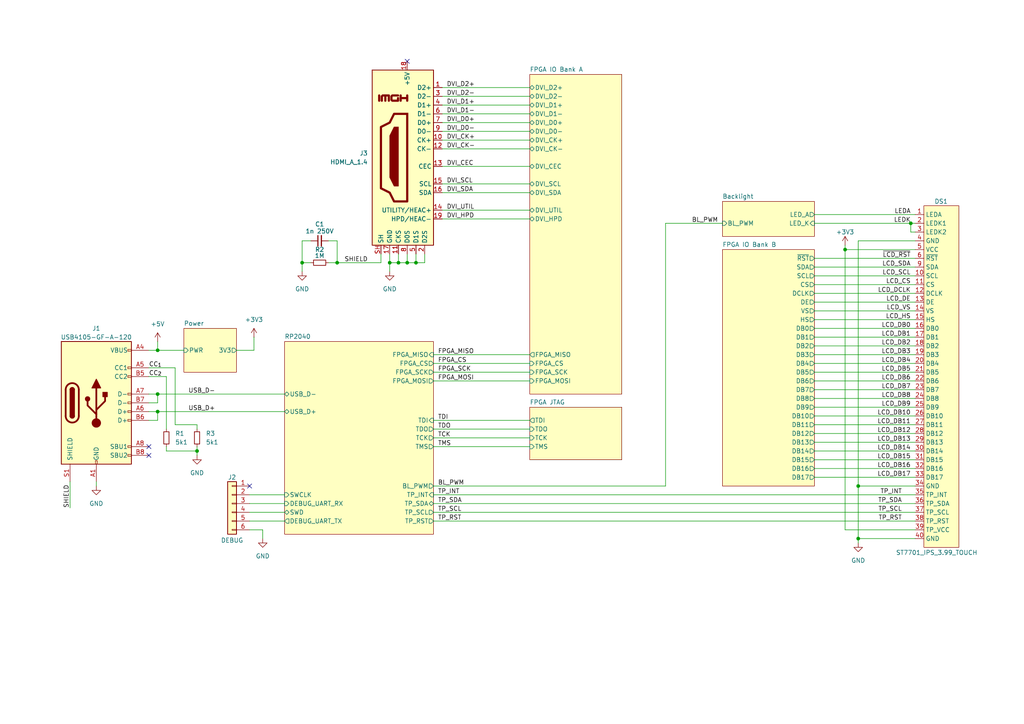
<source format=kicad_sch>
(kicad_sch
	(version 20231120)
	(generator "eeschema")
	(generator_version "8.0")
	(uuid "5cc60e42-d666-4a43-b4f0-3784ee4bf951")
	(paper "A4")
	(title_block
		(title "Top Sheet")
		(date "2024-03-11")
		(rev "1")
		(company "https://github.com/Cuprum77")
	)
	(lib_symbols
		(symbol "+3V3_1"
			(power)
			(pin_numbers hide)
			(pin_names
				(offset 0) hide)
			(exclude_from_sim no)
			(in_bom yes)
			(on_board yes)
			(property "Reference" "#PWR"
				(at 0 -3.81 0)
				(effects
					(font
						(size 1.27 1.27)
					)
					(hide yes)
				)
			)
			(property "Value" "+3V3"
				(at 0 3.556 0)
				(effects
					(font
						(size 1.27 1.27)
					)
				)
			)
			(property "Footprint" ""
				(at 0 0 0)
				(effects
					(font
						(size 1.27 1.27)
					)
					(hide yes)
				)
			)
			(property "Datasheet" ""
				(at 0 0 0)
				(effects
					(font
						(size 1.27 1.27)
					)
					(hide yes)
				)
			)
			(property "Description" "Power symbol creates a global label with name \"+3V3\""
				(at 0 0 0)
				(effects
					(font
						(size 1.27 1.27)
					)
					(hide yes)
				)
			)
			(property "ki_keywords" "global power"
				(at 0 0 0)
				(effects
					(font
						(size 1.27 1.27)
					)
					(hide yes)
				)
			)
			(symbol "+3V3_1_0_1"
				(polyline
					(pts
						(xy -0.762 1.27) (xy 0 2.54)
					)
					(stroke
						(width 0)
						(type default)
					)
					(fill
						(type none)
					)
				)
				(polyline
					(pts
						(xy 0 0) (xy 0 2.54)
					)
					(stroke
						(width 0)
						(type default)
					)
					(fill
						(type none)
					)
				)
				(polyline
					(pts
						(xy 0 2.54) (xy 0.762 1.27)
					)
					(stroke
						(width 0)
						(type default)
					)
					(fill
						(type none)
					)
				)
			)
			(symbol "+3V3_1_1_1"
				(pin power_in line
					(at 0 0 90)
					(length 0)
					(name "~"
						(effects
							(font
								(size 1.27 1.27)
							)
						)
					)
					(number "1"
						(effects
							(font
								(size 1.27 1.27)
							)
						)
					)
				)
			)
		)
		(symbol "Connector:USB_C_Receptacle_USB2.0"
			(pin_names
				(offset 1.016)
			)
			(exclude_from_sim no)
			(in_bom yes)
			(on_board yes)
			(property "Reference" "J"
				(at -10.16 19.05 0)
				(effects
					(font
						(size 1.27 1.27)
					)
					(justify left)
				)
			)
			(property "Value" "USB_C_Receptacle_USB2.0"
				(at 19.05 19.05 0)
				(effects
					(font
						(size 1.27 1.27)
					)
					(justify right)
				)
			)
			(property "Footprint" ""
				(at 3.81 0 0)
				(effects
					(font
						(size 1.27 1.27)
					)
					(hide yes)
				)
			)
			(property "Datasheet" "https://www.usb.org/sites/default/files/documents/usb_type-c.zip"
				(at 3.81 0 0)
				(effects
					(font
						(size 1.27 1.27)
					)
					(hide yes)
				)
			)
			(property "Description" "USB 2.0-only Type-C Receptacle connector"
				(at 0 0 0)
				(effects
					(font
						(size 1.27 1.27)
					)
					(hide yes)
				)
			)
			(property "ki_keywords" "usb universal serial bus type-C USB2.0"
				(at 0 0 0)
				(effects
					(font
						(size 1.27 1.27)
					)
					(hide yes)
				)
			)
			(property "ki_fp_filters" "USB*C*Receptacle*"
				(at 0 0 0)
				(effects
					(font
						(size 1.27 1.27)
					)
					(hide yes)
				)
			)
			(symbol "USB_C_Receptacle_USB2.0_0_0"
				(rectangle
					(start -0.254 -17.78)
					(end 0.254 -16.764)
					(stroke
						(width 0)
						(type default)
					)
					(fill
						(type none)
					)
				)
				(rectangle
					(start 10.16 -14.986)
					(end 9.144 -15.494)
					(stroke
						(width 0)
						(type default)
					)
					(fill
						(type none)
					)
				)
				(rectangle
					(start 10.16 -12.446)
					(end 9.144 -12.954)
					(stroke
						(width 0)
						(type default)
					)
					(fill
						(type none)
					)
				)
				(rectangle
					(start 10.16 -4.826)
					(end 9.144 -5.334)
					(stroke
						(width 0)
						(type default)
					)
					(fill
						(type none)
					)
				)
				(rectangle
					(start 10.16 -2.286)
					(end 9.144 -2.794)
					(stroke
						(width 0)
						(type default)
					)
					(fill
						(type none)
					)
				)
				(rectangle
					(start 10.16 0.254)
					(end 9.144 -0.254)
					(stroke
						(width 0)
						(type default)
					)
					(fill
						(type none)
					)
				)
				(rectangle
					(start 10.16 2.794)
					(end 9.144 2.286)
					(stroke
						(width 0)
						(type default)
					)
					(fill
						(type none)
					)
				)
				(rectangle
					(start 10.16 7.874)
					(end 9.144 7.366)
					(stroke
						(width 0)
						(type default)
					)
					(fill
						(type none)
					)
				)
				(rectangle
					(start 10.16 10.414)
					(end 9.144 9.906)
					(stroke
						(width 0)
						(type default)
					)
					(fill
						(type none)
					)
				)
				(rectangle
					(start 10.16 15.494)
					(end 9.144 14.986)
					(stroke
						(width 0)
						(type default)
					)
					(fill
						(type none)
					)
				)
			)
			(symbol "USB_C_Receptacle_USB2.0_0_1"
				(rectangle
					(start -10.16 17.78)
					(end 10.16 -17.78)
					(stroke
						(width 0.254)
						(type default)
					)
					(fill
						(type background)
					)
				)
				(arc
					(start -8.89 -3.81)
					(mid -6.985 -5.7067)
					(end -5.08 -3.81)
					(stroke
						(width 0.508)
						(type default)
					)
					(fill
						(type none)
					)
				)
				(arc
					(start -7.62 -3.81)
					(mid -6.985 -4.4423)
					(end -6.35 -3.81)
					(stroke
						(width 0.254)
						(type default)
					)
					(fill
						(type none)
					)
				)
				(arc
					(start -7.62 -3.81)
					(mid -6.985 -4.4423)
					(end -6.35 -3.81)
					(stroke
						(width 0.254)
						(type default)
					)
					(fill
						(type outline)
					)
				)
				(rectangle
					(start -7.62 -3.81)
					(end -6.35 3.81)
					(stroke
						(width 0.254)
						(type default)
					)
					(fill
						(type outline)
					)
				)
				(arc
					(start -6.35 3.81)
					(mid -6.985 4.4423)
					(end -7.62 3.81)
					(stroke
						(width 0.254)
						(type default)
					)
					(fill
						(type none)
					)
				)
				(arc
					(start -6.35 3.81)
					(mid -6.985 4.4423)
					(end -7.62 3.81)
					(stroke
						(width 0.254)
						(type default)
					)
					(fill
						(type outline)
					)
				)
				(arc
					(start -5.08 3.81)
					(mid -6.985 5.7067)
					(end -8.89 3.81)
					(stroke
						(width 0.508)
						(type default)
					)
					(fill
						(type none)
					)
				)
				(circle
					(center -2.54 1.143)
					(radius 0.635)
					(stroke
						(width 0.254)
						(type default)
					)
					(fill
						(type outline)
					)
				)
				(circle
					(center 0 -5.842)
					(radius 1.27)
					(stroke
						(width 0)
						(type default)
					)
					(fill
						(type outline)
					)
				)
				(polyline
					(pts
						(xy -8.89 -3.81) (xy -8.89 3.81)
					)
					(stroke
						(width 0.508)
						(type default)
					)
					(fill
						(type none)
					)
				)
				(polyline
					(pts
						(xy -5.08 3.81) (xy -5.08 -3.81)
					)
					(stroke
						(width 0.508)
						(type default)
					)
					(fill
						(type none)
					)
				)
				(polyline
					(pts
						(xy 0 -5.842) (xy 0 4.318)
					)
					(stroke
						(width 0.508)
						(type default)
					)
					(fill
						(type none)
					)
				)
				(polyline
					(pts
						(xy 0 -3.302) (xy -2.54 -0.762) (xy -2.54 0.508)
					)
					(stroke
						(width 0.508)
						(type default)
					)
					(fill
						(type none)
					)
				)
				(polyline
					(pts
						(xy 0 -2.032) (xy 2.54 0.508) (xy 2.54 1.778)
					)
					(stroke
						(width 0.508)
						(type default)
					)
					(fill
						(type none)
					)
				)
				(polyline
					(pts
						(xy -1.27 4.318) (xy 0 6.858) (xy 1.27 4.318) (xy -1.27 4.318)
					)
					(stroke
						(width 0.254)
						(type default)
					)
					(fill
						(type outline)
					)
				)
				(rectangle
					(start 1.905 1.778)
					(end 3.175 3.048)
					(stroke
						(width 0.254)
						(type default)
					)
					(fill
						(type outline)
					)
				)
			)
			(symbol "USB_C_Receptacle_USB2.0_1_1"
				(pin passive line
					(at 0 -22.86 90)
					(length 5.08)
					(name "GND"
						(effects
							(font
								(size 1.27 1.27)
							)
						)
					)
					(number "A1"
						(effects
							(font
								(size 1.27 1.27)
							)
						)
					)
				)
				(pin passive line
					(at 0 -22.86 90)
					(length 5.08) hide
					(name "GND"
						(effects
							(font
								(size 1.27 1.27)
							)
						)
					)
					(number "A12"
						(effects
							(font
								(size 1.27 1.27)
							)
						)
					)
				)
				(pin passive line
					(at 15.24 15.24 180)
					(length 5.08)
					(name "VBUS"
						(effects
							(font
								(size 1.27 1.27)
							)
						)
					)
					(number "A4"
						(effects
							(font
								(size 1.27 1.27)
							)
						)
					)
				)
				(pin bidirectional line
					(at 15.24 10.16 180)
					(length 5.08)
					(name "CC1"
						(effects
							(font
								(size 1.27 1.27)
							)
						)
					)
					(number "A5"
						(effects
							(font
								(size 1.27 1.27)
							)
						)
					)
				)
				(pin bidirectional line
					(at 15.24 -2.54 180)
					(length 5.08)
					(name "D+"
						(effects
							(font
								(size 1.27 1.27)
							)
						)
					)
					(number "A6"
						(effects
							(font
								(size 1.27 1.27)
							)
						)
					)
				)
				(pin bidirectional line
					(at 15.24 2.54 180)
					(length 5.08)
					(name "D-"
						(effects
							(font
								(size 1.27 1.27)
							)
						)
					)
					(number "A7"
						(effects
							(font
								(size 1.27 1.27)
							)
						)
					)
				)
				(pin bidirectional line
					(at 15.24 -12.7 180)
					(length 5.08)
					(name "SBU1"
						(effects
							(font
								(size 1.27 1.27)
							)
						)
					)
					(number "A8"
						(effects
							(font
								(size 1.27 1.27)
							)
						)
					)
				)
				(pin passive line
					(at 15.24 15.24 180)
					(length 5.08) hide
					(name "VBUS"
						(effects
							(font
								(size 1.27 1.27)
							)
						)
					)
					(number "A9"
						(effects
							(font
								(size 1.27 1.27)
							)
						)
					)
				)
				(pin passive line
					(at 0 -22.86 90)
					(length 5.08) hide
					(name "GND"
						(effects
							(font
								(size 1.27 1.27)
							)
						)
					)
					(number "B1"
						(effects
							(font
								(size 1.27 1.27)
							)
						)
					)
				)
				(pin passive line
					(at 0 -22.86 90)
					(length 5.08) hide
					(name "GND"
						(effects
							(font
								(size 1.27 1.27)
							)
						)
					)
					(number "B12"
						(effects
							(font
								(size 1.27 1.27)
							)
						)
					)
				)
				(pin passive line
					(at 15.24 15.24 180)
					(length 5.08) hide
					(name "VBUS"
						(effects
							(font
								(size 1.27 1.27)
							)
						)
					)
					(number "B4"
						(effects
							(font
								(size 1.27 1.27)
							)
						)
					)
				)
				(pin bidirectional line
					(at 15.24 7.62 180)
					(length 5.08)
					(name "CC2"
						(effects
							(font
								(size 1.27 1.27)
							)
						)
					)
					(number "B5"
						(effects
							(font
								(size 1.27 1.27)
							)
						)
					)
				)
				(pin bidirectional line
					(at 15.24 -5.08 180)
					(length 5.08)
					(name "D+"
						(effects
							(font
								(size 1.27 1.27)
							)
						)
					)
					(number "B6"
						(effects
							(font
								(size 1.27 1.27)
							)
						)
					)
				)
				(pin bidirectional line
					(at 15.24 0 180)
					(length 5.08)
					(name "D-"
						(effects
							(font
								(size 1.27 1.27)
							)
						)
					)
					(number "B7"
						(effects
							(font
								(size 1.27 1.27)
							)
						)
					)
				)
				(pin bidirectional line
					(at 15.24 -15.24 180)
					(length 5.08)
					(name "SBU2"
						(effects
							(font
								(size 1.27 1.27)
							)
						)
					)
					(number "B8"
						(effects
							(font
								(size 1.27 1.27)
							)
						)
					)
				)
				(pin passive line
					(at 15.24 15.24 180)
					(length 5.08) hide
					(name "VBUS"
						(effects
							(font
								(size 1.27 1.27)
							)
						)
					)
					(number "B9"
						(effects
							(font
								(size 1.27 1.27)
							)
						)
					)
				)
				(pin passive line
					(at -7.62 -22.86 90)
					(length 5.08)
					(name "SHIELD"
						(effects
							(font
								(size 1.27 1.27)
							)
						)
					)
					(number "S1"
						(effects
							(font
								(size 1.27 1.27)
							)
						)
					)
				)
			)
		)
		(symbol "Connector_Generic:Conn_01x06"
			(pin_names
				(offset 1.016) hide)
			(exclude_from_sim no)
			(in_bom yes)
			(on_board yes)
			(property "Reference" "J"
				(at 0 7.62 0)
				(effects
					(font
						(size 1.27 1.27)
					)
				)
			)
			(property "Value" "Conn_01x06"
				(at 0 -10.16 0)
				(effects
					(font
						(size 1.27 1.27)
					)
				)
			)
			(property "Footprint" ""
				(at 0 0 0)
				(effects
					(font
						(size 1.27 1.27)
					)
					(hide yes)
				)
			)
			(property "Datasheet" "~"
				(at 0 0 0)
				(effects
					(font
						(size 1.27 1.27)
					)
					(hide yes)
				)
			)
			(property "Description" "Generic connector, single row, 01x06, script generated (kicad-library-utils/schlib/autogen/connector/)"
				(at 0 0 0)
				(effects
					(font
						(size 1.27 1.27)
					)
					(hide yes)
				)
			)
			(property "ki_keywords" "connector"
				(at 0 0 0)
				(effects
					(font
						(size 1.27 1.27)
					)
					(hide yes)
				)
			)
			(property "ki_fp_filters" "Connector*:*_1x??_*"
				(at 0 0 0)
				(effects
					(font
						(size 1.27 1.27)
					)
					(hide yes)
				)
			)
			(symbol "Conn_01x06_1_1"
				(rectangle
					(start -1.27 -7.493)
					(end 0 -7.747)
					(stroke
						(width 0.1524)
						(type default)
					)
					(fill
						(type none)
					)
				)
				(rectangle
					(start -1.27 -4.953)
					(end 0 -5.207)
					(stroke
						(width 0.1524)
						(type default)
					)
					(fill
						(type none)
					)
				)
				(rectangle
					(start -1.27 -2.413)
					(end 0 -2.667)
					(stroke
						(width 0.1524)
						(type default)
					)
					(fill
						(type none)
					)
				)
				(rectangle
					(start -1.27 0.127)
					(end 0 -0.127)
					(stroke
						(width 0.1524)
						(type default)
					)
					(fill
						(type none)
					)
				)
				(rectangle
					(start -1.27 2.667)
					(end 0 2.413)
					(stroke
						(width 0.1524)
						(type default)
					)
					(fill
						(type none)
					)
				)
				(rectangle
					(start -1.27 5.207)
					(end 0 4.953)
					(stroke
						(width 0.1524)
						(type default)
					)
					(fill
						(type none)
					)
				)
				(rectangle
					(start -1.27 6.35)
					(end 1.27 -8.89)
					(stroke
						(width 0.254)
						(type default)
					)
					(fill
						(type background)
					)
				)
				(pin passive line
					(at -5.08 5.08 0)
					(length 3.81)
					(name "Pin_1"
						(effects
							(font
								(size 1.27 1.27)
							)
						)
					)
					(number "1"
						(effects
							(font
								(size 1.27 1.27)
							)
						)
					)
				)
				(pin passive line
					(at -5.08 2.54 0)
					(length 3.81)
					(name "Pin_2"
						(effects
							(font
								(size 1.27 1.27)
							)
						)
					)
					(number "2"
						(effects
							(font
								(size 1.27 1.27)
							)
						)
					)
				)
				(pin passive line
					(at -5.08 0 0)
					(length 3.81)
					(name "Pin_3"
						(effects
							(font
								(size 1.27 1.27)
							)
						)
					)
					(number "3"
						(effects
							(font
								(size 1.27 1.27)
							)
						)
					)
				)
				(pin passive line
					(at -5.08 -2.54 0)
					(length 3.81)
					(name "Pin_4"
						(effects
							(font
								(size 1.27 1.27)
							)
						)
					)
					(number "4"
						(effects
							(font
								(size 1.27 1.27)
							)
						)
					)
				)
				(pin passive line
					(at -5.08 -5.08 0)
					(length 3.81)
					(name "Pin_5"
						(effects
							(font
								(size 1.27 1.27)
							)
						)
					)
					(number "5"
						(effects
							(font
								(size 1.27 1.27)
							)
						)
					)
				)
				(pin passive line
					(at -5.08 -7.62 0)
					(length 3.81)
					(name "Pin_6"
						(effects
							(font
								(size 1.27 1.27)
							)
						)
					)
					(number "6"
						(effects
							(font
								(size 1.27 1.27)
							)
						)
					)
				)
			)
		)
		(symbol "Cuprum:HDMI_A_1.4"
			(exclude_from_sim no)
			(in_bom yes)
			(on_board yes)
			(property "Reference" "J"
				(at -6.35 26.67 0)
				(effects
					(font
						(size 1.27 1.27)
					)
				)
			)
			(property "Value" "HDMI_A_1.4"
				(at 10.16 26.67 0)
				(effects
					(font
						(size 1.27 1.27)
					)
				)
			)
			(property "Footprint" ""
				(at 0.635 0 0)
				(effects
					(font
						(size 1.27 1.27)
					)
					(hide yes)
				)
			)
			(property "Datasheet" "https://en.wikipedia.org/wiki/HDMI"
				(at 0.635 0 0)
				(effects
					(font
						(size 1.27 1.27)
					)
					(hide yes)
				)
			)
			(property "Description" "HDMI 1.4+ type A connector"
				(at 0 0 0)
				(effects
					(font
						(size 1.27 1.27)
					)
					(hide yes)
				)
			)
			(property "ki_keywords" "hdmi conn"
				(at 0 0 0)
				(effects
					(font
						(size 1.27 1.27)
					)
					(hide yes)
				)
			)
			(property "ki_fp_filters" "HDMI*A*"
				(at 0 0 0)
				(effects
					(font
						(size 1.27 1.27)
					)
					(hide yes)
				)
			)
			(symbol "HDMI_A_1.4_0_0"
				(polyline
					(pts
						(xy 8.128 16.51) (xy 8.128 18.034)
					)
					(stroke
						(width 0.635)
						(type default)
					)
					(fill
						(type none)
					)
				)
				(polyline
					(pts
						(xy 0 16.51) (xy 0 18.034) (xy 0 17.272) (xy 1.905 17.272) (xy 1.905 18.034) (xy 1.905 16.51)
					)
					(stroke
						(width 0.635)
						(type default)
					)
					(fill
						(type none)
					)
				)
				(polyline
					(pts
						(xy 2.667 18.034) (xy 4.318 18.034) (xy 4.572 17.78) (xy 4.572 16.764) (xy 4.318 16.51) (xy 2.667 16.51)
						(xy 2.667 17.272)
					)
					(stroke
						(width 0.635)
						(type default)
					)
					(fill
						(type none)
					)
				)
			)
			(symbol "HDMI_A_1.4_0_1"
				(rectangle
					(start -7.62 25.4)
					(end 10.16 -25.4)
					(stroke
						(width 0.254)
						(type default)
					)
					(fill
						(type background)
					)
				)
				(polyline
					(pts
						(xy 2.54 8.89) (xy 3.81 8.89) (xy 5.08 6.35) (xy 5.08 -5.715) (xy 3.81 -8.255) (xy 2.54 -8.255)
						(xy 2.54 8.89)
					)
					(stroke
						(width 0)
						(type default)
					)
					(fill
						(type outline)
					)
				)
				(polyline
					(pts
						(xy 5.334 16.51) (xy 5.334 18.034) (xy 6.35 18.034) (xy 6.35 16.51) (xy 6.35 18.034) (xy 7.112 18.034)
						(xy 7.366 17.78) (xy 7.366 16.51)
					)
					(stroke
						(width 0.635)
						(type default)
					)
					(fill
						(type none)
					)
				)
				(polyline
					(pts
						(xy 0 12.7) (xy 0 -12.7) (xy 3.81 -12.7) (xy 5.08 -10.16) (xy 7.62 -8.89) (xy 7.62 8.89) (xy 5.08 10.16)
						(xy 3.81 12.7) (xy 0 12.7)
					)
					(stroke
						(width 0.635)
						(type default)
					)
					(fill
						(type none)
					)
				)
			)
			(symbol "HDMI_A_1.4_1_1"
				(pin passive line
					(at -10.16 20.32 0)
					(length 2.54)
					(name "D2+"
						(effects
							(font
								(size 1.27 1.27)
							)
						)
					)
					(number "1"
						(effects
							(font
								(size 1.27 1.27)
							)
						)
					)
				)
				(pin passive line
					(at -10.16 5.08 0)
					(length 2.54)
					(name "CK+"
						(effects
							(font
								(size 1.27 1.27)
							)
						)
					)
					(number "10"
						(effects
							(font
								(size 1.27 1.27)
							)
						)
					)
				)
				(pin power_in line
					(at 2.54 -27.94 90)
					(length 2.54)
					(name "CKS"
						(effects
							(font
								(size 1.27 1.27)
							)
						)
					)
					(number "11"
						(effects
							(font
								(size 1.27 1.27)
							)
						)
					)
				)
				(pin passive line
					(at -10.16 2.54 0)
					(length 2.54)
					(name "CK-"
						(effects
							(font
								(size 1.27 1.27)
							)
						)
					)
					(number "12"
						(effects
							(font
								(size 1.27 1.27)
							)
						)
					)
				)
				(pin bidirectional line
					(at -10.16 -2.54 0)
					(length 2.54)
					(name "CEC"
						(effects
							(font
								(size 1.27 1.27)
							)
						)
					)
					(number "13"
						(effects
							(font
								(size 1.27 1.27)
							)
						)
					)
				)
				(pin passive line
					(at -10.16 -15.24 0)
					(length 2.54)
					(name "UTILITY/HEAC+"
						(effects
							(font
								(size 1.27 1.27)
							)
						)
					)
					(number "14"
						(effects
							(font
								(size 1.27 1.27)
							)
						)
					)
				)
				(pin passive line
					(at -10.16 -7.62 0)
					(length 2.54)
					(name "SCL"
						(effects
							(font
								(size 1.27 1.27)
							)
						)
					)
					(number "15"
						(effects
							(font
								(size 1.27 1.27)
							)
						)
					)
				)
				(pin bidirectional line
					(at -10.16 -10.16 0)
					(length 2.54)
					(name "SDA"
						(effects
							(font
								(size 1.27 1.27)
							)
						)
					)
					(number "16"
						(effects
							(font
								(size 1.27 1.27)
							)
						)
					)
				)
				(pin power_in line
					(at 5.08 -27.94 90)
					(length 2.54)
					(name "GND"
						(effects
							(font
								(size 1.27 1.27)
							)
						)
					)
					(number "17"
						(effects
							(font
								(size 1.27 1.27)
							)
						)
					)
				)
				(pin power_in line
					(at 0 27.94 270)
					(length 2.54)
					(name "+5V"
						(effects
							(font
								(size 1.27 1.27)
							)
						)
					)
					(number "18"
						(effects
							(font
								(size 1.27 1.27)
							)
						)
					)
				)
				(pin passive line
					(at -10.16 -17.78 0)
					(length 2.54)
					(name "HPD/HEAC-"
						(effects
							(font
								(size 1.27 1.27)
							)
						)
					)
					(number "19"
						(effects
							(font
								(size 1.27 1.27)
							)
						)
					)
				)
				(pin power_in line
					(at -5.08 -27.94 90)
					(length 2.54)
					(name "D2S"
						(effects
							(font
								(size 1.27 1.27)
							)
						)
					)
					(number "2"
						(effects
							(font
								(size 1.27 1.27)
							)
						)
					)
				)
				(pin passive line
					(at -10.16 17.78 0)
					(length 2.54)
					(name "D2-"
						(effects
							(font
								(size 1.27 1.27)
							)
						)
					)
					(number "3"
						(effects
							(font
								(size 1.27 1.27)
							)
						)
					)
				)
				(pin passive line
					(at -10.16 15.24 0)
					(length 2.54)
					(name "D1+"
						(effects
							(font
								(size 1.27 1.27)
							)
						)
					)
					(number "4"
						(effects
							(font
								(size 1.27 1.27)
							)
						)
					)
				)
				(pin power_in line
					(at -2.54 -27.94 90)
					(length 2.54)
					(name "D1S"
						(effects
							(font
								(size 1.27 1.27)
							)
						)
					)
					(number "5"
						(effects
							(font
								(size 1.27 1.27)
							)
						)
					)
				)
				(pin passive line
					(at -10.16 12.7 0)
					(length 2.54)
					(name "D1-"
						(effects
							(font
								(size 1.27 1.27)
							)
						)
					)
					(number "6"
						(effects
							(font
								(size 1.27 1.27)
							)
						)
					)
				)
				(pin passive line
					(at -10.16 10.16 0)
					(length 2.54)
					(name "D0+"
						(effects
							(font
								(size 1.27 1.27)
							)
						)
					)
					(number "7"
						(effects
							(font
								(size 1.27 1.27)
							)
						)
					)
				)
				(pin power_in line
					(at 0 -27.94 90)
					(length 2.54)
					(name "D0S"
						(effects
							(font
								(size 1.27 1.27)
							)
						)
					)
					(number "8"
						(effects
							(font
								(size 1.27 1.27)
							)
						)
					)
				)
				(pin passive line
					(at -10.16 7.62 0)
					(length 2.54)
					(name "D0-"
						(effects
							(font
								(size 1.27 1.27)
							)
						)
					)
					(number "9"
						(effects
							(font
								(size 1.27 1.27)
							)
						)
					)
				)
				(pin passive line
					(at 7.62 -27.94 90)
					(length 2.54)
					(name "SH"
						(effects
							(font
								(size 1.27 1.27)
							)
						)
					)
					(number "SH"
						(effects
							(font
								(size 1.27 1.27)
							)
						)
					)
				)
				(pin passive line
					(at 7.62 -27.94 90)
					(length 2.54) hide
					(name "SH"
						(effects
							(font
								(size 1.27 1.27)
							)
						)
					)
					(number "SH1"
						(effects
							(font
								(size 1.27 1.27)
							)
						)
					)
				)
				(pin passive line
					(at 7.62 -27.94 90)
					(length 2.54) hide
					(name "SH"
						(effects
							(font
								(size 1.27 1.27)
							)
						)
					)
					(number "SH2"
						(effects
							(font
								(size 1.27 1.27)
							)
						)
					)
				)
				(pin passive line
					(at 7.62 -27.94 90)
					(length 2.54) hide
					(name "SH"
						(effects
							(font
								(size 1.27 1.27)
							)
						)
					)
					(number "SH3"
						(effects
							(font
								(size 1.27 1.27)
							)
						)
					)
				)
			)
		)
		(symbol "Cuprum_Displays:ST7701_IPS_3.99_TOUCH"
			(exclude_from_sim no)
			(in_bom yes)
			(on_board yes)
			(property "Reference" "DS"
				(at 0 10.922 0)
				(effects
					(font
						(size 1.27 1.27)
					)
				)
			)
			(property "Value" "ST7701_IPS_3.99_TOUCH"
				(at 0 8.382 0)
				(effects
					(font
						(size 1.27 1.27)
					)
				)
			)
			(property "Footprint" ""
				(at -34.29 -6.35 0)
				(effects
					(font
						(size 1.27 1.27)
					)
					(hide yes)
				)
			)
			(property "Datasheet" ""
				(at -34.29 -6.35 0)
				(effects
					(font
						(size 1.27 1.27)
					)
					(hide yes)
				)
			)
			(property "Description" ""
				(at 0 0 0)
				(effects
					(font
						(size 1.27 1.27)
					)
					(hide yes)
				)
			)
			(symbol "ST7701_IPS_3.99_TOUCH_1_1"
				(rectangle
					(start -49.53 6.35)
					(end 49.53 -3.81)
					(stroke
						(width 0)
						(type default)
					)
					(fill
						(type background)
					)
				)
				(pin input line
					(at -46.99 -6.35 90)
					(length 2.54)
					(name "LEDA"
						(effects
							(font
								(size 1.27 1.27)
							)
						)
					)
					(number "1"
						(effects
							(font
								(size 1.27 1.27)
							)
						)
					)
				)
				(pin input line
					(at -29.21 -6.35 90)
					(length 2.54)
					(name "SCL"
						(effects
							(font
								(size 1.27 1.27)
							)
						)
					)
					(number "10"
						(effects
							(font
								(size 1.27 1.27)
							)
						)
					)
				)
				(pin input line
					(at -26.67 -6.35 90)
					(length 2.54)
					(name "CS"
						(effects
							(font
								(size 1.27 1.27)
							)
						)
					)
					(number "11"
						(effects
							(font
								(size 1.27 1.27)
							)
						)
					)
				)
				(pin input line
					(at -24.13 -6.35 90)
					(length 2.54)
					(name "DCLK"
						(effects
							(font
								(size 1.27 1.27)
							)
						)
					)
					(number "12"
						(effects
							(font
								(size 1.27 1.27)
							)
						)
					)
				)
				(pin input line
					(at -21.59 -6.35 90)
					(length 2.54)
					(name "DE"
						(effects
							(font
								(size 1.27 1.27)
							)
						)
					)
					(number "13"
						(effects
							(font
								(size 1.27 1.27)
							)
						)
					)
				)
				(pin input line
					(at -19.05 -6.35 90)
					(length 2.54)
					(name "VS"
						(effects
							(font
								(size 1.27 1.27)
							)
						)
					)
					(number "14"
						(effects
							(font
								(size 1.27 1.27)
							)
						)
					)
				)
				(pin input line
					(at -16.51 -6.35 90)
					(length 2.54)
					(name "HS"
						(effects
							(font
								(size 1.27 1.27)
							)
						)
					)
					(number "15"
						(effects
							(font
								(size 1.27 1.27)
							)
						)
					)
				)
				(pin input line
					(at -13.97 -6.35 90)
					(length 2.54)
					(name "DB0"
						(effects
							(font
								(size 1.27 1.27)
							)
						)
					)
					(number "16"
						(effects
							(font
								(size 1.27 1.27)
							)
						)
					)
				)
				(pin input line
					(at -11.43 -6.35 90)
					(length 2.54)
					(name "DB1"
						(effects
							(font
								(size 1.27 1.27)
							)
						)
					)
					(number "17"
						(effects
							(font
								(size 1.27 1.27)
							)
						)
					)
				)
				(pin input line
					(at -8.89 -6.35 90)
					(length 2.54)
					(name "DB2"
						(effects
							(font
								(size 1.27 1.27)
							)
						)
					)
					(number "18"
						(effects
							(font
								(size 1.27 1.27)
							)
						)
					)
				)
				(pin input line
					(at -6.35 -6.35 90)
					(length 2.54)
					(name "DB3"
						(effects
							(font
								(size 1.27 1.27)
							)
						)
					)
					(number "19"
						(effects
							(font
								(size 1.27 1.27)
							)
						)
					)
				)
				(pin input line
					(at -44.45 -6.35 90)
					(length 2.54)
					(name "LEDK1"
						(effects
							(font
								(size 1.27 1.27)
							)
						)
					)
					(number "2"
						(effects
							(font
								(size 1.27 1.27)
							)
						)
					)
				)
				(pin input line
					(at -3.81 -6.35 90)
					(length 2.54)
					(name "DB4"
						(effects
							(font
								(size 1.27 1.27)
							)
						)
					)
					(number "20"
						(effects
							(font
								(size 1.27 1.27)
							)
						)
					)
				)
				(pin input line
					(at -1.27 -6.35 90)
					(length 2.54)
					(name "DB5"
						(effects
							(font
								(size 1.27 1.27)
							)
						)
					)
					(number "21"
						(effects
							(font
								(size 1.27 1.27)
							)
						)
					)
				)
				(pin input line
					(at 1.27 -6.35 90)
					(length 2.54)
					(name "DB6"
						(effects
							(font
								(size 1.27 1.27)
							)
						)
					)
					(number "22"
						(effects
							(font
								(size 1.27 1.27)
							)
						)
					)
				)
				(pin input line
					(at 3.81 -6.35 90)
					(length 2.54)
					(name "DB7"
						(effects
							(font
								(size 1.27 1.27)
							)
						)
					)
					(number "23"
						(effects
							(font
								(size 1.27 1.27)
							)
						)
					)
				)
				(pin input line
					(at 6.35 -6.35 90)
					(length 2.54)
					(name "DB8"
						(effects
							(font
								(size 1.27 1.27)
							)
						)
					)
					(number "24"
						(effects
							(font
								(size 1.27 1.27)
							)
						)
					)
				)
				(pin input line
					(at 8.89 -6.35 90)
					(length 2.54)
					(name "DB9"
						(effects
							(font
								(size 1.27 1.27)
							)
						)
					)
					(number "25"
						(effects
							(font
								(size 1.27 1.27)
							)
						)
					)
				)
				(pin input line
					(at 11.43 -6.35 90)
					(length 2.54)
					(name "DB10"
						(effects
							(font
								(size 1.27 1.27)
							)
						)
					)
					(number "26"
						(effects
							(font
								(size 1.27 1.27)
							)
						)
					)
				)
				(pin input line
					(at 13.97 -6.35 90)
					(length 2.54)
					(name "DB11"
						(effects
							(font
								(size 1.27 1.27)
							)
						)
					)
					(number "27"
						(effects
							(font
								(size 1.27 1.27)
							)
						)
					)
				)
				(pin input line
					(at 16.51 -6.35 90)
					(length 2.54)
					(name "DB12"
						(effects
							(font
								(size 1.27 1.27)
							)
						)
					)
					(number "28"
						(effects
							(font
								(size 1.27 1.27)
							)
						)
					)
				)
				(pin input line
					(at 19.05 -6.35 90)
					(length 2.54)
					(name "DB13"
						(effects
							(font
								(size 1.27 1.27)
							)
						)
					)
					(number "29"
						(effects
							(font
								(size 1.27 1.27)
							)
						)
					)
				)
				(pin input line
					(at -41.91 -6.35 90)
					(length 2.54)
					(name "LEDK2"
						(effects
							(font
								(size 1.27 1.27)
							)
						)
					)
					(number "3"
						(effects
							(font
								(size 1.27 1.27)
							)
						)
					)
				)
				(pin input line
					(at 21.59 -6.35 90)
					(length 2.54)
					(name "DB14"
						(effects
							(font
								(size 1.27 1.27)
							)
						)
					)
					(number "30"
						(effects
							(font
								(size 1.27 1.27)
							)
						)
					)
				)
				(pin input line
					(at 24.13 -6.35 90)
					(length 2.54)
					(name "DB15"
						(effects
							(font
								(size 1.27 1.27)
							)
						)
					)
					(number "31"
						(effects
							(font
								(size 1.27 1.27)
							)
						)
					)
				)
				(pin input line
					(at 26.67 -6.35 90)
					(length 2.54)
					(name "DB16"
						(effects
							(font
								(size 1.27 1.27)
							)
						)
					)
					(number "32"
						(effects
							(font
								(size 1.27 1.27)
							)
						)
					)
				)
				(pin input line
					(at 29.21 -6.35 90)
					(length 2.54)
					(name "DB17"
						(effects
							(font
								(size 1.27 1.27)
							)
						)
					)
					(number "33"
						(effects
							(font
								(size 1.27 1.27)
							)
						)
					)
				)
				(pin input line
					(at 31.75 -6.35 90)
					(length 2.54)
					(name "GND"
						(effects
							(font
								(size 1.27 1.27)
							)
						)
					)
					(number "34"
						(effects
							(font
								(size 1.27 1.27)
							)
						)
					)
				)
				(pin input line
					(at 34.29 -6.35 90)
					(length 2.54)
					(name "TP_INT"
						(effects
							(font
								(size 1.27 1.27)
							)
						)
					)
					(number "35"
						(effects
							(font
								(size 1.27 1.27)
							)
						)
					)
				)
				(pin input line
					(at 36.83 -6.35 90)
					(length 2.54)
					(name "TP_SDA"
						(effects
							(font
								(size 1.27 1.27)
							)
						)
					)
					(number "36"
						(effects
							(font
								(size 1.27 1.27)
							)
						)
					)
				)
				(pin input line
					(at 39.37 -6.35 90)
					(length 2.54)
					(name "TP_SCL"
						(effects
							(font
								(size 1.27 1.27)
							)
						)
					)
					(number "37"
						(effects
							(font
								(size 1.27 1.27)
							)
						)
					)
				)
				(pin input line
					(at 41.91 -6.35 90)
					(length 2.54)
					(name "TP_RST"
						(effects
							(font
								(size 1.27 1.27)
							)
						)
					)
					(number "38"
						(effects
							(font
								(size 1.27 1.27)
							)
						)
					)
				)
				(pin input line
					(at 44.45 -6.35 90)
					(length 2.54)
					(name "TP_VCC"
						(effects
							(font
								(size 1.27 1.27)
							)
						)
					)
					(number "39"
						(effects
							(font
								(size 1.27 1.27)
							)
						)
					)
				)
				(pin input line
					(at -39.37 -6.35 90)
					(length 2.54)
					(name "GND"
						(effects
							(font
								(size 1.27 1.27)
							)
						)
					)
					(number "4"
						(effects
							(font
								(size 1.27 1.27)
							)
						)
					)
				)
				(pin input line
					(at 46.99 -6.35 90)
					(length 2.54)
					(name "GND"
						(effects
							(font
								(size 1.27 1.27)
							)
						)
					)
					(number "40"
						(effects
							(font
								(size 1.27 1.27)
							)
						)
					)
				)
				(pin input line
					(at -36.83 -6.35 90)
					(length 2.54)
					(name "VCC"
						(effects
							(font
								(size 1.27 1.27)
							)
						)
					)
					(number "5"
						(effects
							(font
								(size 1.27 1.27)
							)
						)
					)
				)
				(pin input line
					(at -34.29 -6.35 90)
					(length 2.54)
					(name "~{RST}"
						(effects
							(font
								(size 1.27 1.27)
							)
						)
					)
					(number "6"
						(effects
							(font
								(size 1.27 1.27)
							)
						)
					)
				)
				(pin input line
					(at -31.75 -6.35 90)
					(length 2.54)
					(name "SDA"
						(effects
							(font
								(size 1.27 1.27)
							)
						)
					)
					(number "9"
						(effects
							(font
								(size 1.27 1.27)
							)
						)
					)
				)
				(pin passive line
					(at 46.99 -6.35 90)
					(length 2.54) hide
					(name "GND"
						(effects
							(font
								(size 1.27 1.27)
							)
						)
					)
					(number "S1"
						(effects
							(font
								(size 1.27 1.27)
							)
						)
					)
				)
				(pin passive line
					(at 46.99 -6.35 90)
					(length 2.54) hide
					(name "GND"
						(effects
							(font
								(size 1.27 1.27)
							)
						)
					)
					(number "S2"
						(effects
							(font
								(size 1.27 1.27)
							)
						)
					)
				)
			)
		)
		(symbol "Device:C_Small"
			(pin_numbers hide)
			(pin_names
				(offset 0.254) hide)
			(exclude_from_sim no)
			(in_bom yes)
			(on_board yes)
			(property "Reference" "C"
				(at 0.254 1.778 0)
				(effects
					(font
						(size 1.27 1.27)
					)
					(justify left)
				)
			)
			(property "Value" "C_Small"
				(at 0.254 -2.032 0)
				(effects
					(font
						(size 1.27 1.27)
					)
					(justify left)
				)
			)
			(property "Footprint" ""
				(at 0 0 0)
				(effects
					(font
						(size 1.27 1.27)
					)
					(hide yes)
				)
			)
			(property "Datasheet" "~"
				(at 0 0 0)
				(effects
					(font
						(size 1.27 1.27)
					)
					(hide yes)
				)
			)
			(property "Description" "Unpolarized capacitor, small symbol"
				(at 0 0 0)
				(effects
					(font
						(size 1.27 1.27)
					)
					(hide yes)
				)
			)
			(property "ki_keywords" "capacitor cap"
				(at 0 0 0)
				(effects
					(font
						(size 1.27 1.27)
					)
					(hide yes)
				)
			)
			(property "ki_fp_filters" "C_*"
				(at 0 0 0)
				(effects
					(font
						(size 1.27 1.27)
					)
					(hide yes)
				)
			)
			(symbol "C_Small_0_1"
				(polyline
					(pts
						(xy -1.524 -0.508) (xy 1.524 -0.508)
					)
					(stroke
						(width 0.3302)
						(type default)
					)
					(fill
						(type none)
					)
				)
				(polyline
					(pts
						(xy -1.524 0.508) (xy 1.524 0.508)
					)
					(stroke
						(width 0.3048)
						(type default)
					)
					(fill
						(type none)
					)
				)
			)
			(symbol "C_Small_1_1"
				(pin passive line
					(at 0 2.54 270)
					(length 2.032)
					(name "~"
						(effects
							(font
								(size 1.27 1.27)
							)
						)
					)
					(number "1"
						(effects
							(font
								(size 1.27 1.27)
							)
						)
					)
				)
				(pin passive line
					(at 0 -2.54 90)
					(length 2.032)
					(name "~"
						(effects
							(font
								(size 1.27 1.27)
							)
						)
					)
					(number "2"
						(effects
							(font
								(size 1.27 1.27)
							)
						)
					)
				)
			)
		)
		(symbol "Device:R_Small"
			(pin_numbers hide)
			(pin_names
				(offset 0.254) hide)
			(exclude_from_sim no)
			(in_bom yes)
			(on_board yes)
			(property "Reference" "R"
				(at 0.762 0.508 0)
				(effects
					(font
						(size 1.27 1.27)
					)
					(justify left)
				)
			)
			(property "Value" "R_Small"
				(at 0.762 -1.016 0)
				(effects
					(font
						(size 1.27 1.27)
					)
					(justify left)
				)
			)
			(property "Footprint" ""
				(at 0 0 0)
				(effects
					(font
						(size 1.27 1.27)
					)
					(hide yes)
				)
			)
			(property "Datasheet" "~"
				(at 0 0 0)
				(effects
					(font
						(size 1.27 1.27)
					)
					(hide yes)
				)
			)
			(property "Description" "Resistor, small symbol"
				(at 0 0 0)
				(effects
					(font
						(size 1.27 1.27)
					)
					(hide yes)
				)
			)
			(property "ki_keywords" "R resistor"
				(at 0 0 0)
				(effects
					(font
						(size 1.27 1.27)
					)
					(hide yes)
				)
			)
			(property "ki_fp_filters" "R_*"
				(at 0 0 0)
				(effects
					(font
						(size 1.27 1.27)
					)
					(hide yes)
				)
			)
			(symbol "R_Small_0_1"
				(rectangle
					(start -0.762 1.778)
					(end 0.762 -1.778)
					(stroke
						(width 0.2032)
						(type default)
					)
					(fill
						(type none)
					)
				)
			)
			(symbol "R_Small_1_1"
				(pin passive line
					(at 0 2.54 270)
					(length 0.762)
					(name "~"
						(effects
							(font
								(size 1.27 1.27)
							)
						)
					)
					(number "1"
						(effects
							(font
								(size 1.27 1.27)
							)
						)
					)
				)
				(pin passive line
					(at 0 -2.54 90)
					(length 0.762)
					(name "~"
						(effects
							(font
								(size 1.27 1.27)
							)
						)
					)
					(number "2"
						(effects
							(font
								(size 1.27 1.27)
							)
						)
					)
				)
			)
		)
		(symbol "PCM_4ms_Power-symbol:GND"
			(power)
			(pin_names
				(offset 0)
			)
			(exclude_from_sim no)
			(in_bom yes)
			(on_board yes)
			(property "Reference" "#PWR"
				(at 0 -6.35 0)
				(effects
					(font
						(size 1.27 1.27)
					)
					(hide yes)
				)
			)
			(property "Value" "GND"
				(at 0 -3.81 0)
				(effects
					(font
						(size 1.27 1.27)
					)
				)
			)
			(property "Footprint" ""
				(at 0 0 0)
				(effects
					(font
						(size 1.27 1.27)
					)
					(hide yes)
				)
			)
			(property "Datasheet" ""
				(at 0 0 0)
				(effects
					(font
						(size 1.27 1.27)
					)
					(hide yes)
				)
			)
			(property "Description" ""
				(at 0 0 0)
				(effects
					(font
						(size 1.27 1.27)
					)
					(hide yes)
				)
			)
			(symbol "GND_0_1"
				(polyline
					(pts
						(xy 0 0) (xy 0 -1.27) (xy 1.27 -1.27) (xy 0 -2.54) (xy -1.27 -1.27) (xy 0 -1.27)
					)
					(stroke
						(width 0)
						(type default)
					)
					(fill
						(type none)
					)
				)
			)
			(symbol "GND_1_1"
				(pin power_in line
					(at 0 0 270)
					(length 0) hide
					(name "GND"
						(effects
							(font
								(size 1.27 1.27)
							)
						)
					)
					(number "1"
						(effects
							(font
								(size 1.27 1.27)
							)
						)
					)
				)
			)
		)
		(symbol "power:+3V3"
			(power)
			(pin_names
				(offset 0)
			)
			(exclude_from_sim no)
			(in_bom yes)
			(on_board yes)
			(property "Reference" "#PWR"
				(at 0 -3.81 0)
				(effects
					(font
						(size 1.27 1.27)
					)
					(hide yes)
				)
			)
			(property "Value" "+3V3"
				(at 0 3.556 0)
				(effects
					(font
						(size 1.27 1.27)
					)
				)
			)
			(property "Footprint" ""
				(at 0 0 0)
				(effects
					(font
						(size 1.27 1.27)
					)
					(hide yes)
				)
			)
			(property "Datasheet" ""
				(at 0 0 0)
				(effects
					(font
						(size 1.27 1.27)
					)
					(hide yes)
				)
			)
			(property "Description" "Power symbol creates a global label with name \"+3V3\""
				(at 0 0 0)
				(effects
					(font
						(size 1.27 1.27)
					)
					(hide yes)
				)
			)
			(property "ki_keywords" "global power"
				(at 0 0 0)
				(effects
					(font
						(size 1.27 1.27)
					)
					(hide yes)
				)
			)
			(symbol "+3V3_0_1"
				(polyline
					(pts
						(xy -0.762 1.27) (xy 0 2.54)
					)
					(stroke
						(width 0)
						(type default)
					)
					(fill
						(type none)
					)
				)
				(polyline
					(pts
						(xy 0 0) (xy 0 2.54)
					)
					(stroke
						(width 0)
						(type default)
					)
					(fill
						(type none)
					)
				)
				(polyline
					(pts
						(xy 0 2.54) (xy 0.762 1.27)
					)
					(stroke
						(width 0)
						(type default)
					)
					(fill
						(type none)
					)
				)
			)
			(symbol "+3V3_1_1"
				(pin power_in line
					(at 0 0 90)
					(length 0) hide
					(name "+3V3"
						(effects
							(font
								(size 1.27 1.27)
							)
						)
					)
					(number "1"
						(effects
							(font
								(size 1.27 1.27)
							)
						)
					)
				)
			)
		)
		(symbol "power:+5V"
			(power)
			(pin_numbers hide)
			(pin_names
				(offset 0) hide)
			(exclude_from_sim no)
			(in_bom yes)
			(on_board yes)
			(property "Reference" "#PWR"
				(at 0 -3.81 0)
				(effects
					(font
						(size 1.27 1.27)
					)
					(hide yes)
				)
			)
			(property "Value" "+5V"
				(at 0 3.556 0)
				(effects
					(font
						(size 1.27 1.27)
					)
				)
			)
			(property "Footprint" ""
				(at 0 0 0)
				(effects
					(font
						(size 1.27 1.27)
					)
					(hide yes)
				)
			)
			(property "Datasheet" ""
				(at 0 0 0)
				(effects
					(font
						(size 1.27 1.27)
					)
					(hide yes)
				)
			)
			(property "Description" "Power symbol creates a global label with name \"+5V\""
				(at 0 0 0)
				(effects
					(font
						(size 1.27 1.27)
					)
					(hide yes)
				)
			)
			(property "ki_keywords" "global power"
				(at 0 0 0)
				(effects
					(font
						(size 1.27 1.27)
					)
					(hide yes)
				)
			)
			(symbol "+5V_0_1"
				(polyline
					(pts
						(xy -0.762 1.27) (xy 0 2.54)
					)
					(stroke
						(width 0)
						(type default)
					)
					(fill
						(type none)
					)
				)
				(polyline
					(pts
						(xy 0 0) (xy 0 2.54)
					)
					(stroke
						(width 0)
						(type default)
					)
					(fill
						(type none)
					)
				)
				(polyline
					(pts
						(xy 0 2.54) (xy 0.762 1.27)
					)
					(stroke
						(width 0)
						(type default)
					)
					(fill
						(type none)
					)
				)
			)
			(symbol "+5V_1_1"
				(pin power_in line
					(at 0 0 90)
					(length 0)
					(name "~"
						(effects
							(font
								(size 1.27 1.27)
							)
						)
					)
					(number "1"
						(effects
							(font
								(size 1.27 1.27)
							)
						)
					)
				)
			)
		)
	)
	(junction
		(at 245.11 72.39)
		(diameter 0)
		(color 0 0 0 0)
		(uuid "16afafae-7adc-404f-bc8e-cb5e0aec228d")
	)
	(junction
		(at 57.15 130.81)
		(diameter 0)
		(color 0 0 0 0)
		(uuid "18234b17-bc7a-4c94-871f-bc58db6e624f")
	)
	(junction
		(at 97.79 76.2)
		(diameter 0)
		(color 0 0 0 0)
		(uuid "1973d96f-cb5a-4c21-bbd2-cb24dc193b5e")
	)
	(junction
		(at 248.92 140.97)
		(diameter 0)
		(color 0 0 0 0)
		(uuid "35fa047b-1c1d-46c3-abdd-7c794aabed9d")
	)
	(junction
		(at 45.72 114.3)
		(diameter 0)
		(color 0 0 0 0)
		(uuid "4196be76-8db5-4dd3-89c0-2e1b9c967c7b")
	)
	(junction
		(at 113.03 76.2)
		(diameter 0)
		(color 0 0 0 0)
		(uuid "478e329b-fa4b-43ef-89ac-46522aff6c51")
	)
	(junction
		(at 264.16 64.77)
		(diameter 0)
		(color 0 0 0 0)
		(uuid "56312fa8-4e67-4b49-a765-3d03964f0401")
	)
	(junction
		(at 115.57 76.2)
		(diameter 0)
		(color 0 0 0 0)
		(uuid "86421c9c-84ee-4960-a989-27780c2e6126")
	)
	(junction
		(at 45.72 119.38)
		(diameter 0)
		(color 0 0 0 0)
		(uuid "9cbf691c-a5c6-458d-a1f9-ef18aa60a6ef")
	)
	(junction
		(at 248.92 156.21)
		(diameter 0)
		(color 0 0 0 0)
		(uuid "a0cedfa1-8fae-4de2-aa54-3e59261b06a0")
	)
	(junction
		(at 87.63 76.2)
		(diameter 0)
		(color 0 0 0 0)
		(uuid "bd9f4572-8bc4-4508-b591-fe5c3173a746")
	)
	(junction
		(at 120.65 76.2)
		(diameter 0)
		(color 0 0 0 0)
		(uuid "c1c3b086-a81b-42a7-97d6-8fbc82831c7b")
	)
	(junction
		(at 45.72 101.6)
		(diameter 0)
		(color 0 0 0 0)
		(uuid "d22c6db9-69c2-47d3-b634-621fb9f9136a")
	)
	(junction
		(at 118.11 76.2)
		(diameter 0)
		(color 0 0 0 0)
		(uuid "d3506aa0-1521-4907-a41f-d2e8e0cb19b3")
	)
	(no_connect
		(at 118.11 17.78)
		(uuid "8efe8a47-7839-41b3-b452-5d3dc5f9d8c8")
	)
	(no_connect
		(at 43.18 132.08)
		(uuid "9902cc10-7249-42a2-8a01-5418fe05807d")
	)
	(no_connect
		(at 43.18 129.54)
		(uuid "bb1ddea8-0646-4319-ab28-c9cdda6ff2cc")
	)
	(no_connect
		(at 72.39 140.97)
		(uuid "db2e786b-d55c-43e2-8475-5a80e4bd3824")
	)
	(wire
		(pts
			(xy 72.39 148.59) (xy 82.55 148.59)
		)
		(stroke
			(width 0)
			(type default)
		)
		(uuid "006af201-d486-498e-a6e0-9f45c11b2320")
	)
	(wire
		(pts
			(xy 193.04 64.77) (xy 193.04 140.97)
		)
		(stroke
			(width 0)
			(type default)
		)
		(uuid "026cb550-761e-427d-a8b3-a75150ad08ee")
	)
	(wire
		(pts
			(xy 113.03 76.2) (xy 113.03 78.74)
		)
		(stroke
			(width 0)
			(type default)
		)
		(uuid "06ae1c5c-7a53-4b74-9d37-c603a2ae0276")
	)
	(wire
		(pts
			(xy 45.72 114.3) (xy 82.55 114.3)
		)
		(stroke
			(width 0)
			(type default)
		)
		(uuid "06db7a06-1811-47e2-b750-06a1889658e2")
	)
	(wire
		(pts
			(xy 128.27 53.34) (xy 153.67 53.34)
		)
		(stroke
			(width 0)
			(type default)
		)
		(uuid "074c45bc-aa02-4e84-be1d-ef9947935a8e")
	)
	(wire
		(pts
			(xy 27.94 139.7) (xy 27.94 140.97)
		)
		(stroke
			(width 0)
			(type default)
		)
		(uuid "0bddf097-f103-4ac7-865b-131560dcb0c2")
	)
	(wire
		(pts
			(xy 248.92 156.21) (xy 265.43 156.21)
		)
		(stroke
			(width 0)
			(type default)
		)
		(uuid "0cddc34b-0600-4a57-97c4-2df24ccecf01")
	)
	(wire
		(pts
			(xy 48.26 124.46) (xy 48.26 109.22)
		)
		(stroke
			(width 0)
			(type default)
		)
		(uuid "0e5e63ad-8809-4501-82dc-699b6279fa83")
	)
	(wire
		(pts
			(xy 43.18 114.3) (xy 45.72 114.3)
		)
		(stroke
			(width 0)
			(type default)
		)
		(uuid "12830224-a19d-44c4-a48b-7ebe3bea9254")
	)
	(wire
		(pts
			(xy 95.25 76.2) (xy 97.79 76.2)
		)
		(stroke
			(width 0)
			(type default)
		)
		(uuid "12b4c7a3-874d-4730-8ed9-fd5cefe78993")
	)
	(wire
		(pts
			(xy 125.73 151.13) (xy 265.43 151.13)
		)
		(stroke
			(width 0)
			(type default)
		)
		(uuid "12f8ab0a-6040-4848-ac83-75127ce63c29")
	)
	(wire
		(pts
			(xy 125.73 110.49) (xy 153.67 110.49)
		)
		(stroke
			(width 0)
			(type default)
		)
		(uuid "15436828-0995-4b21-8ef4-8fc145ae633f")
	)
	(wire
		(pts
			(xy 236.22 110.49) (xy 265.43 110.49)
		)
		(stroke
			(width 0)
			(type default)
		)
		(uuid "15fbe32e-70e6-469f-8c61-d00bfecda73a")
	)
	(wire
		(pts
			(xy 128.27 38.1) (xy 153.67 38.1)
		)
		(stroke
			(width 0)
			(type default)
		)
		(uuid "1798a42c-c6c8-4c05-8f49-22c83b77f704")
	)
	(wire
		(pts
			(xy 43.18 119.38) (xy 45.72 119.38)
		)
		(stroke
			(width 0)
			(type default)
		)
		(uuid "1c068eef-8f26-4a97-9cbf-545785f46da4")
	)
	(wire
		(pts
			(xy 236.22 123.19) (xy 265.43 123.19)
		)
		(stroke
			(width 0)
			(type default)
		)
		(uuid "1f90e560-2e1b-439c-a95e-3bcdd17bd370")
	)
	(wire
		(pts
			(xy 50.8 106.68) (xy 50.8 123.19)
		)
		(stroke
			(width 0)
			(type default)
		)
		(uuid "23fc14c0-8e6b-4834-abc5-71bb9d9d777f")
	)
	(wire
		(pts
			(xy 245.11 153.67) (xy 265.43 153.67)
		)
		(stroke
			(width 0)
			(type default)
		)
		(uuid "26ca827e-41d1-4272-bb51-f46047f5b417")
	)
	(wire
		(pts
			(xy 72.39 151.13) (xy 82.55 151.13)
		)
		(stroke
			(width 0)
			(type default)
		)
		(uuid "272d6a7c-a730-4fc4-9247-6b9db6f81bbe")
	)
	(wire
		(pts
			(xy 120.65 73.66) (xy 120.65 76.2)
		)
		(stroke
			(width 0)
			(type default)
		)
		(uuid "27d98cf9-02ce-4b30-9044-1f29e3ee5918")
	)
	(wire
		(pts
			(xy 236.22 130.81) (xy 265.43 130.81)
		)
		(stroke
			(width 0)
			(type default)
		)
		(uuid "2aba00bf-bdfa-4dba-a75c-4fe5df7a1405")
	)
	(wire
		(pts
			(xy 118.11 73.66) (xy 118.11 76.2)
		)
		(stroke
			(width 0)
			(type default)
		)
		(uuid "2af1d35f-c075-4703-a459-da127aa1e6dd")
	)
	(wire
		(pts
			(xy 264.16 67.31) (xy 265.43 67.31)
		)
		(stroke
			(width 0)
			(type default)
		)
		(uuid "2b3c60b2-ad5e-461d-bea9-02eedebe6358")
	)
	(wire
		(pts
			(xy 45.72 101.6) (xy 53.34 101.6)
		)
		(stroke
			(width 0)
			(type default)
		)
		(uuid "2c597272-7863-426b-a455-ef26d8ca1668")
	)
	(wire
		(pts
			(xy 48.26 130.81) (xy 48.26 129.54)
		)
		(stroke
			(width 0)
			(type default)
		)
		(uuid "2d6e26ef-fee7-42a1-9bb5-b0d4f0fe7c92")
	)
	(wire
		(pts
			(xy 87.63 69.85) (xy 90.17 69.85)
		)
		(stroke
			(width 0)
			(type default)
		)
		(uuid "2e0eb8ee-7129-442d-baa3-5c41aee95ea2")
	)
	(wire
		(pts
			(xy 236.22 74.93) (xy 265.43 74.93)
		)
		(stroke
			(width 0)
			(type default)
		)
		(uuid "30b4242a-5f9c-4df9-b557-70058269948c")
	)
	(wire
		(pts
			(xy 128.27 40.64) (xy 153.67 40.64)
		)
		(stroke
			(width 0)
			(type default)
		)
		(uuid "35200af0-6cc3-45d0-94ba-e6cf4e93516f")
	)
	(wire
		(pts
			(xy 43.18 101.6) (xy 45.72 101.6)
		)
		(stroke
			(width 0)
			(type default)
		)
		(uuid "36183660-dcc5-42d1-8867-c9b415afb63e")
	)
	(wire
		(pts
			(xy 128.27 27.94) (xy 153.67 27.94)
		)
		(stroke
			(width 0)
			(type default)
		)
		(uuid "38c0ef98-87ee-46ed-974a-96935831273f")
	)
	(wire
		(pts
			(xy 264.16 64.77) (xy 265.43 64.77)
		)
		(stroke
			(width 0)
			(type default)
		)
		(uuid "39ae8a78-1936-4b7b-9e36-e03e20f5d61b")
	)
	(wire
		(pts
			(xy 76.2 153.67) (xy 76.2 156.21)
		)
		(stroke
			(width 0)
			(type default)
		)
		(uuid "3c872818-2feb-400b-a643-62bdf01668c2")
	)
	(wire
		(pts
			(xy 128.27 33.02) (xy 153.67 33.02)
		)
		(stroke
			(width 0)
			(type default)
		)
		(uuid "3f19abe2-5b15-4272-8610-20ae2104e764")
	)
	(wire
		(pts
			(xy 45.72 116.84) (xy 45.72 114.3)
		)
		(stroke
			(width 0)
			(type default)
		)
		(uuid "3f7760b3-ca04-43e2-880a-0b3913d9bdba")
	)
	(wire
		(pts
			(xy 236.22 80.01) (xy 265.43 80.01)
		)
		(stroke
			(width 0)
			(type default)
		)
		(uuid "3fc680ef-118d-4e86-9a37-1c17a7f64465")
	)
	(wire
		(pts
			(xy 236.22 82.55) (xy 265.43 82.55)
		)
		(stroke
			(width 0)
			(type default)
		)
		(uuid "410d8d6d-cb6b-47a4-acbf-716481a80127")
	)
	(wire
		(pts
			(xy 115.57 73.66) (xy 115.57 76.2)
		)
		(stroke
			(width 0)
			(type default)
		)
		(uuid "43de102d-97b8-4826-bddb-79bbc6968402")
	)
	(wire
		(pts
			(xy 264.16 67.31) (xy 264.16 64.77)
		)
		(stroke
			(width 0)
			(type default)
		)
		(uuid "4515d8fc-2860-4352-b81c-1eba9e313877")
	)
	(wire
		(pts
			(xy 236.22 128.27) (xy 265.43 128.27)
		)
		(stroke
			(width 0)
			(type default)
		)
		(uuid "451be3c4-d82b-471b-94c0-2a8ece5e3bce")
	)
	(wire
		(pts
			(xy 236.22 120.65) (xy 265.43 120.65)
		)
		(stroke
			(width 0)
			(type default)
		)
		(uuid "454b1e37-89b0-44d2-964d-b28170013714")
	)
	(wire
		(pts
			(xy 68.58 101.6) (xy 73.66 101.6)
		)
		(stroke
			(width 0)
			(type default)
		)
		(uuid "4bd510b6-a187-45c1-aae0-04bb6b756573")
	)
	(wire
		(pts
			(xy 236.22 64.77) (xy 264.16 64.77)
		)
		(stroke
			(width 0)
			(type default)
		)
		(uuid "51eacf1f-5801-4ae7-9b2f-44d0d57fda61")
	)
	(wire
		(pts
			(xy 248.92 69.85) (xy 265.43 69.85)
		)
		(stroke
			(width 0)
			(type default)
		)
		(uuid "5741939f-8416-455e-859d-67043738cdc6")
	)
	(wire
		(pts
			(xy 110.49 73.66) (xy 110.49 76.2)
		)
		(stroke
			(width 0)
			(type default)
		)
		(uuid "58c2ee2b-6a30-4146-9936-7adefc39aa68")
	)
	(wire
		(pts
			(xy 248.92 156.21) (xy 248.92 157.48)
		)
		(stroke
			(width 0)
			(type default)
		)
		(uuid "5911e74a-2aaa-4137-b303-91fa8a2a3ec7")
	)
	(wire
		(pts
			(xy 115.57 76.2) (xy 113.03 76.2)
		)
		(stroke
			(width 0)
			(type default)
		)
		(uuid "5b69a6ff-5816-4892-9f1f-6770b0ea1fec")
	)
	(wire
		(pts
			(xy 57.15 123.19) (xy 57.15 124.46)
		)
		(stroke
			(width 0)
			(type default)
		)
		(uuid "5c176c9c-ad36-4b5c-92fa-ff47b1b59a59")
	)
	(wire
		(pts
			(xy 120.65 76.2) (xy 118.11 76.2)
		)
		(stroke
			(width 0)
			(type default)
		)
		(uuid "5c401c64-9ad3-4b61-9c69-6a97da01c9e9")
	)
	(wire
		(pts
			(xy 125.73 124.46) (xy 153.67 124.46)
		)
		(stroke
			(width 0)
			(type default)
		)
		(uuid "66f35fcf-f140-48e4-b409-5714d11ade17")
	)
	(wire
		(pts
			(xy 45.72 119.38) (xy 45.72 121.92)
		)
		(stroke
			(width 0)
			(type default)
		)
		(uuid "6f5ae844-86f8-4129-8947-571729595f62")
	)
	(wire
		(pts
			(xy 128.27 48.26) (xy 153.67 48.26)
		)
		(stroke
			(width 0)
			(type default)
		)
		(uuid "712f9167-f938-4a11-93c8-7ea5f1e79833")
	)
	(wire
		(pts
			(xy 125.73 102.87) (xy 153.67 102.87)
		)
		(stroke
			(width 0)
			(type default)
		)
		(uuid "7c7c5678-6fda-4d5e-8b9d-576dcca8f23a")
	)
	(wire
		(pts
			(xy 57.15 129.54) (xy 57.15 130.81)
		)
		(stroke
			(width 0)
			(type default)
		)
		(uuid "7ccba9fb-0534-44bc-8c3d-61271dd9c5e1")
	)
	(wire
		(pts
			(xy 236.22 125.73) (xy 265.43 125.73)
		)
		(stroke
			(width 0)
			(type default)
		)
		(uuid "7f0a6083-a06a-4e91-81b7-133b8420f10e")
	)
	(wire
		(pts
			(xy 125.73 146.05) (xy 265.43 146.05)
		)
		(stroke
			(width 0)
			(type default)
		)
		(uuid "812631c0-2f01-4469-9171-553d4ffae7bf")
	)
	(wire
		(pts
			(xy 125.73 143.51) (xy 265.43 143.51)
		)
		(stroke
			(width 0)
			(type default)
		)
		(uuid "82ab9196-19cf-40b4-917a-24cf8f97d247")
	)
	(wire
		(pts
			(xy 125.73 148.59) (xy 265.43 148.59)
		)
		(stroke
			(width 0)
			(type default)
		)
		(uuid "82b4041f-a057-4202-8e7b-eba04f2b0e93")
	)
	(wire
		(pts
			(xy 43.18 106.68) (xy 50.8 106.68)
		)
		(stroke
			(width 0)
			(type default)
		)
		(uuid "84582360-7727-4098-9eae-cc09a653947c")
	)
	(wire
		(pts
			(xy 236.22 85.09) (xy 265.43 85.09)
		)
		(stroke
			(width 0)
			(type default)
		)
		(uuid "84ebacac-0e2e-48c3-b089-ec5d58326ded")
	)
	(wire
		(pts
			(xy 57.15 130.81) (xy 57.15 132.08)
		)
		(stroke
			(width 0)
			(type default)
		)
		(uuid "85c1301b-dd48-4aa8-91dc-265deab2ecf7")
	)
	(wire
		(pts
			(xy 43.18 109.22) (xy 48.26 109.22)
		)
		(stroke
			(width 0)
			(type default)
		)
		(uuid "869a8065-f052-40d7-9891-f0c699f11916")
	)
	(wire
		(pts
			(xy 236.22 92.71) (xy 265.43 92.71)
		)
		(stroke
			(width 0)
			(type default)
		)
		(uuid "86d40042-d42c-4c1b-9936-0191d499e168")
	)
	(wire
		(pts
			(xy 125.73 105.41) (xy 153.67 105.41)
		)
		(stroke
			(width 0)
			(type default)
		)
		(uuid "8eb6e35f-fc68-444e-a422-b22617e4635d")
	)
	(wire
		(pts
			(xy 45.72 101.6) (xy 45.72 99.06)
		)
		(stroke
			(width 0)
			(type default)
		)
		(uuid "8f39fd77-9600-4e0c-8804-dfc046ea1961")
	)
	(wire
		(pts
			(xy 128.27 30.48) (xy 153.67 30.48)
		)
		(stroke
			(width 0)
			(type default)
		)
		(uuid "8fb10034-6378-4849-93cf-a0899d5cf9e8")
	)
	(wire
		(pts
			(xy 236.22 90.17) (xy 265.43 90.17)
		)
		(stroke
			(width 0)
			(type default)
		)
		(uuid "8fbda011-d516-46c5-ba85-40c8af7a8e8d")
	)
	(wire
		(pts
			(xy 236.22 135.89) (xy 265.43 135.89)
		)
		(stroke
			(width 0)
			(type default)
		)
		(uuid "944a101b-dec8-48e4-a6b2-1ad65f095666")
	)
	(wire
		(pts
			(xy 128.27 63.5) (xy 153.67 63.5)
		)
		(stroke
			(width 0)
			(type default)
		)
		(uuid "9a4481d6-830f-4be0-af9b-5ccd090c6e93")
	)
	(wire
		(pts
			(xy 125.73 107.95) (xy 153.67 107.95)
		)
		(stroke
			(width 0)
			(type default)
		)
		(uuid "9c3f0fd6-6937-4fc2-9a9a-29ba96144023")
	)
	(wire
		(pts
			(xy 128.27 43.18) (xy 153.67 43.18)
		)
		(stroke
			(width 0)
			(type default)
		)
		(uuid "9c433700-53ac-4714-9773-81ed4008bdbe")
	)
	(wire
		(pts
			(xy 50.8 123.19) (xy 57.15 123.19)
		)
		(stroke
			(width 0)
			(type default)
		)
		(uuid "a430926c-eda5-4ed3-ad44-0273d0399b20")
	)
	(wire
		(pts
			(xy 43.18 116.84) (xy 45.72 116.84)
		)
		(stroke
			(width 0)
			(type default)
		)
		(uuid "a6ac314f-c6ce-4b39-abdc-7d1bdee2f4a7")
	)
	(wire
		(pts
			(xy 128.27 35.56) (xy 153.67 35.56)
		)
		(stroke
			(width 0)
			(type default)
		)
		(uuid "a7710379-50a0-4ae8-9b9d-1ea35cad0ecb")
	)
	(wire
		(pts
			(xy 236.22 118.11) (xy 265.43 118.11)
		)
		(stroke
			(width 0)
			(type default)
		)
		(uuid "a78fe752-3088-4098-a2cf-7e64b7afb66a")
	)
	(wire
		(pts
			(xy 48.26 130.81) (xy 57.15 130.81)
		)
		(stroke
			(width 0)
			(type default)
		)
		(uuid "ae6ae70f-acfd-4c7b-a934-8386145719db")
	)
	(wire
		(pts
			(xy 45.72 119.38) (xy 82.55 119.38)
		)
		(stroke
			(width 0)
			(type default)
		)
		(uuid "b47b96e8-c5fa-42d0-9613-47b2385d66fd")
	)
	(wire
		(pts
			(xy 236.22 115.57) (xy 265.43 115.57)
		)
		(stroke
			(width 0)
			(type default)
		)
		(uuid "b5a7a56f-918d-45ca-b80b-3968d9a1951a")
	)
	(wire
		(pts
			(xy 236.22 113.03) (xy 265.43 113.03)
		)
		(stroke
			(width 0)
			(type default)
		)
		(uuid "b6093f60-4f9e-41fa-9952-ebda3b1f65aa")
	)
	(wire
		(pts
			(xy 236.22 100.33) (xy 265.43 100.33)
		)
		(stroke
			(width 0)
			(type default)
		)
		(uuid "b686046a-955b-4a4e-a079-3c12deccbfd7")
	)
	(wire
		(pts
			(xy 245.11 72.39) (xy 265.43 72.39)
		)
		(stroke
			(width 0)
			(type default)
		)
		(uuid "b76c8ae6-acb5-42eb-b76e-dd49e71777d1")
	)
	(wire
		(pts
			(xy 125.73 140.97) (xy 193.04 140.97)
		)
		(stroke
			(width 0)
			(type default)
		)
		(uuid "ba2ae94c-7ee7-45f2-b638-43cecf58646c")
	)
	(wire
		(pts
			(xy 236.22 105.41) (xy 265.43 105.41)
		)
		(stroke
			(width 0)
			(type default)
		)
		(uuid "bbda10c5-cffe-4cb5-a2f8-d1336df28d43")
	)
	(wire
		(pts
			(xy 43.18 121.92) (xy 45.72 121.92)
		)
		(stroke
			(width 0)
			(type default)
		)
		(uuid "bc09d933-56ce-475c-a7dd-4cfa2ed8a361")
	)
	(wire
		(pts
			(xy 123.19 76.2) (xy 120.65 76.2)
		)
		(stroke
			(width 0)
			(type default)
		)
		(uuid "bc0de349-fa47-40b5-aeda-9e2eb54b7b6a")
	)
	(wire
		(pts
			(xy 236.22 102.87) (xy 265.43 102.87)
		)
		(stroke
			(width 0)
			(type default)
		)
		(uuid "bd2bfea2-5b11-4f53-9bce-50c00c0f10db")
	)
	(wire
		(pts
			(xy 128.27 55.88) (xy 153.67 55.88)
		)
		(stroke
			(width 0)
			(type default)
		)
		(uuid "bdbdee15-2f59-4a1d-8f08-9a1a4e4f23af")
	)
	(wire
		(pts
			(xy 245.11 71.12) (xy 245.11 72.39)
		)
		(stroke
			(width 0)
			(type default)
		)
		(uuid "bfe26bf7-5fe6-4424-b3b8-00847290c1bd")
	)
	(wire
		(pts
			(xy 236.22 97.79) (xy 265.43 97.79)
		)
		(stroke
			(width 0)
			(type default)
		)
		(uuid "c12cf7d9-5f35-4a59-8772-cfa07289775a")
	)
	(wire
		(pts
			(xy 248.92 69.85) (xy 248.92 140.97)
		)
		(stroke
			(width 0)
			(type default)
		)
		(uuid "c17a64a3-e58a-4a0f-b44f-574750ad00eb")
	)
	(wire
		(pts
			(xy 236.22 107.95) (xy 265.43 107.95)
		)
		(stroke
			(width 0)
			(type default)
		)
		(uuid "c2a034ee-7643-4349-a860-649e30cd06e4")
	)
	(wire
		(pts
			(xy 20.32 139.7) (xy 20.32 147.32)
		)
		(stroke
			(width 0)
			(type default)
		)
		(uuid "c5f7f2e5-b923-4cfc-bbcd-4970c139d8ec")
	)
	(wire
		(pts
			(xy 245.11 72.39) (xy 245.11 153.67)
		)
		(stroke
			(width 0)
			(type default)
		)
		(uuid "c6db72fe-0694-475f-a3f4-ffd2bf3b9277")
	)
	(wire
		(pts
			(xy 265.43 140.97) (xy 248.92 140.97)
		)
		(stroke
			(width 0)
			(type default)
		)
		(uuid "c894b92a-522d-4991-8e22-f7f91fe73e8f")
	)
	(wire
		(pts
			(xy 193.04 64.77) (xy 209.55 64.77)
		)
		(stroke
			(width 0)
			(type default)
		)
		(uuid "c9ae49da-918c-4a8d-8543-afbf9ed2b1e8")
	)
	(wire
		(pts
			(xy 125.73 127) (xy 153.67 127)
		)
		(stroke
			(width 0)
			(type default)
		)
		(uuid "c9ec6861-61d0-423a-9c58-c16a35debc85")
	)
	(wire
		(pts
			(xy 236.22 95.25) (xy 265.43 95.25)
		)
		(stroke
			(width 0)
			(type default)
		)
		(uuid "ca4952a3-3942-47b6-aba8-aa1327c62abd")
	)
	(wire
		(pts
			(xy 236.22 77.47) (xy 265.43 77.47)
		)
		(stroke
			(width 0)
			(type default)
		)
		(uuid "cb73dfba-9c18-41b6-b1fa-169da8b1d86c")
	)
	(wire
		(pts
			(xy 97.79 76.2) (xy 110.49 76.2)
		)
		(stroke
			(width 0)
			(type default)
		)
		(uuid "cc492f5f-4106-4f52-a6c2-eaefda18eddc")
	)
	(wire
		(pts
			(xy 236.22 87.63) (xy 265.43 87.63)
		)
		(stroke
			(width 0)
			(type default)
		)
		(uuid "d2b75cc2-1623-44c7-8b61-ee96e03b1908")
	)
	(wire
		(pts
			(xy 125.73 129.54) (xy 153.67 129.54)
		)
		(stroke
			(width 0)
			(type default)
		)
		(uuid "d3c7a1e7-4aec-438e-abb4-0364305f3320")
	)
	(wire
		(pts
			(xy 128.27 60.96) (xy 153.67 60.96)
		)
		(stroke
			(width 0)
			(type default)
		)
		(uuid "d3d80054-f46e-431e-b0d0-c939ea846802")
	)
	(wire
		(pts
			(xy 87.63 69.85) (xy 87.63 76.2)
		)
		(stroke
			(width 0)
			(type default)
		)
		(uuid "d6ac13af-ccf2-47d1-a882-e3e418a9f926")
	)
	(wire
		(pts
			(xy 87.63 76.2) (xy 90.17 76.2)
		)
		(stroke
			(width 0)
			(type default)
		)
		(uuid "d98bb711-1c50-48a2-9baf-5a3c38a7084a")
	)
	(wire
		(pts
			(xy 72.39 146.05) (xy 82.55 146.05)
		)
		(stroke
			(width 0)
			(type default)
		)
		(uuid "da121b71-e9c9-48c5-bfc2-ba98f2a4cf01")
	)
	(wire
		(pts
			(xy 123.19 73.66) (xy 123.19 76.2)
		)
		(stroke
			(width 0)
			(type default)
		)
		(uuid "da38eeb0-e8a7-4579-aef2-18dcb224aa0f")
	)
	(wire
		(pts
			(xy 236.22 133.35) (xy 265.43 133.35)
		)
		(stroke
			(width 0)
			(type default)
		)
		(uuid "da823eec-2010-4fa1-9158-99a79dca588b")
	)
	(wire
		(pts
			(xy 72.39 143.51) (xy 82.55 143.51)
		)
		(stroke
			(width 0)
			(type default)
		)
		(uuid "dcd6d408-ec17-4bb5-957d-6a15422d3d77")
	)
	(wire
		(pts
			(xy 97.79 69.85) (xy 97.79 76.2)
		)
		(stroke
			(width 0)
			(type default)
		)
		(uuid "e030fbb9-112a-4462-a87f-bd66206d804d")
	)
	(wire
		(pts
			(xy 236.22 62.23) (xy 265.43 62.23)
		)
		(stroke
			(width 0)
			(type default)
		)
		(uuid "e18891e5-f4b4-4028-8e5e-ff0895706218")
	)
	(wire
		(pts
			(xy 87.63 76.2) (xy 87.63 78.74)
		)
		(stroke
			(width 0)
			(type default)
		)
		(uuid "e3f4f3e0-eabe-44e2-a24f-065aafdca56e")
	)
	(wire
		(pts
			(xy 113.03 73.66) (xy 113.03 76.2)
		)
		(stroke
			(width 0)
			(type default)
		)
		(uuid "e4a06206-7792-4a3f-9f9b-1a70dbfaed3b")
	)
	(wire
		(pts
			(xy 125.73 121.92) (xy 153.67 121.92)
		)
		(stroke
			(width 0)
			(type default)
		)
		(uuid "e5dbfaf0-a507-4285-b200-81f8af2e3891")
	)
	(wire
		(pts
			(xy 73.66 97.79) (xy 73.66 101.6)
		)
		(stroke
			(width 0)
			(type default)
		)
		(uuid "e6bb6538-fbb5-42cc-8d1b-8e401aa9826f")
	)
	(wire
		(pts
			(xy 236.22 138.43) (xy 265.43 138.43)
		)
		(stroke
			(width 0)
			(type default)
		)
		(uuid "e7393f30-0255-4be6-93f3-71d44d7d51de")
	)
	(wire
		(pts
			(xy 118.11 76.2) (xy 115.57 76.2)
		)
		(stroke
			(width 0)
			(type default)
		)
		(uuid "ebee0586-c7f4-4242-acc5-73a9f31b05d7")
	)
	(wire
		(pts
			(xy 72.39 153.67) (xy 76.2 153.67)
		)
		(stroke
			(width 0)
			(type default)
		)
		(uuid "ee7676c0-826f-46af-917f-13628ed13b04")
	)
	(wire
		(pts
			(xy 128.27 25.4) (xy 153.67 25.4)
		)
		(stroke
			(width 0)
			(type default)
		)
		(uuid "f376ef59-adf8-488c-aa18-6561ace2c5be")
	)
	(wire
		(pts
			(xy 248.92 140.97) (xy 248.92 156.21)
		)
		(stroke
			(width 0)
			(type default)
		)
		(uuid "f6157d3f-fbe6-49cf-8beb-1ac3f5a0baa9")
	)
	(wire
		(pts
			(xy 95.25 69.85) (xy 97.79 69.85)
		)
		(stroke
			(width 0)
			(type default)
		)
		(uuid "fb259a59-b3ca-4975-88ef-7e6536e29168")
	)
	(label "TP_SDA"
		(at 261.62 146.05 180)
		(fields_autoplaced yes)
		(effects
			(font
				(size 1.27 1.27)
			)
			(justify right bottom)
		)
		(uuid "008b52e6-9c10-45a1-9676-093c63040df9")
	)
	(label "LCD_DB7"
		(at 264.16 113.03 180)
		(fields_autoplaced yes)
		(effects
			(font
				(size 1.27 1.27)
			)
			(justify right bottom)
		)
		(uuid "08203909-e073-4d61-86fc-861873d40e37")
	)
	(label "TMS"
		(at 127 129.54 0)
		(fields_autoplaced yes)
		(effects
			(font
				(size 1.27 1.27)
			)
			(justify left bottom)
		)
		(uuid "09fcd325-0f58-45bf-8d97-ba427bf195f4")
	)
	(label "TP_INT"
		(at 127 143.51 0)
		(fields_autoplaced yes)
		(effects
			(font
				(size 1.27 1.27)
			)
			(justify left bottom)
		)
		(uuid "0bd619ee-2355-463c-976f-d3dfbae6b3b7")
	)
	(label "USB_D+"
		(at 54.61 119.38 0)
		(fields_autoplaced yes)
		(effects
			(font
				(size 1.27 1.27)
			)
			(justify left bottom)
		)
		(uuid "0d242101-98eb-4d2d-9be0-0293a5e11b21")
	)
	(label "TDO"
		(at 127 124.46 0)
		(fields_autoplaced yes)
		(effects
			(font
				(size 1.27 1.27)
			)
			(justify left bottom)
		)
		(uuid "0dcbbe7b-916d-49df-8cba-8786e9b1fe65")
	)
	(label "LEDA"
		(at 264.16 62.23 180)
		(fields_autoplaced yes)
		(effects
			(font
				(size 1.27 1.27)
			)
			(justify right bottom)
		)
		(uuid "13e724d7-88b2-46ba-ada7-5a019eaaef0a")
	)
	(label "FPGA_MOSI"
		(at 127 110.49 0)
		(fields_autoplaced yes)
		(effects
			(font
				(size 1.27 1.27)
			)
			(justify left bottom)
		)
		(uuid "1e42520e-62d9-4a9f-88c1-dd4456aff9b5")
	)
	(label "LCD_DB15"
		(at 264.16 133.35 180)
		(fields_autoplaced yes)
		(effects
			(font
				(size 1.27 1.27)
			)
			(justify right bottom)
		)
		(uuid "1f619deb-42e8-45c7-94a8-fe3637a1ef25")
	)
	(label "TP_SDA"
		(at 127 146.05 0)
		(fields_autoplaced yes)
		(effects
			(font
				(size 1.27 1.27)
			)
			(justify left bottom)
		)
		(uuid "26dab7b9-9285-4cb0-851b-179f59e8dcea")
	)
	(label "SHIELD"
		(at 20.32 147.32 90)
		(fields_autoplaced yes)
		(effects
			(font
				(size 1.27 1.27)
			)
			(justify left bottom)
		)
		(uuid "2f479a06-9f5f-48a9-9445-9353755b431b")
	)
	(label "LCD_DB13"
		(at 264.16 128.27 180)
		(fields_autoplaced yes)
		(effects
			(font
				(size 1.27 1.27)
			)
			(justify right bottom)
		)
		(uuid "3196948e-e55d-4975-ad9e-2d575593ed2f")
	)
	(label "DVI_UTIL"
		(at 129.54 60.96 0)
		(fields_autoplaced yes)
		(effects
			(font
				(size 1.27 1.27)
			)
			(justify left bottom)
		)
		(uuid "34ee748a-5081-4d7b-9949-358ef642c854")
	)
	(label "LCD_DE"
		(at 264.16 87.63 180)
		(fields_autoplaced yes)
		(effects
			(font
				(size 1.27 1.27)
			)
			(justify right bottom)
		)
		(uuid "35792bc4-2e51-4c4e-8582-24db6eb3f51a")
	)
	(label "DVI_CEC"
		(at 129.54 48.26 0)
		(fields_autoplaced yes)
		(effects
			(font
				(size 1.27 1.27)
			)
			(justify left bottom)
		)
		(uuid "4138a943-be54-4574-badc-f7e9355754dd")
	)
	(label "LCD_DB0"
		(at 264.16 95.25 180)
		(fields_autoplaced yes)
		(effects
			(font
				(size 1.27 1.27)
			)
			(justify right bottom)
		)
		(uuid "42d3eecf-04e5-48e7-acc9-8a8f4a23381f")
	)
	(label "LCD_DB14"
		(at 264.16 130.81 180)
		(fields_autoplaced yes)
		(effects
			(font
				(size 1.27 1.27)
			)
			(justify right bottom)
		)
		(uuid "42e24970-7c24-4846-bcd6-a7adf78f307d")
	)
	(label "TP_SCL"
		(at 261.62 148.59 180)
		(fields_autoplaced yes)
		(effects
			(font
				(size 1.27 1.27)
			)
			(justify right bottom)
		)
		(uuid "43f82f48-54c9-4afc-bc8d-732f58b933e2")
	)
	(label "LCD_DB4"
		(at 264.16 105.41 180)
		(fields_autoplaced yes)
		(effects
			(font
				(size 1.27 1.27)
			)
			(justify right bottom)
		)
		(uuid "4a289617-4506-49d2-8ad3-27c255dc8a4b")
	)
	(label "DVI_D0+"
		(at 129.54 35.56 0)
		(fields_autoplaced yes)
		(effects
			(font
				(size 1.27 1.27)
			)
			(justify left bottom)
		)
		(uuid "4f4c40bc-5b94-4b51-bb2a-9f8b1ad7bb28")
	)
	(label "LEDK"
		(at 264.16 64.77 180)
		(fields_autoplaced yes)
		(effects
			(font
				(size 1.27 1.27)
			)
			(justify right bottom)
		)
		(uuid "618eacfc-8835-4ec2-980c-48f4c7aca8c5")
	)
	(label "LCD_VS"
		(at 264.16 90.17 180)
		(fields_autoplaced yes)
		(effects
			(font
				(size 1.27 1.27)
			)
			(justify right bottom)
		)
		(uuid "6dd05a0e-ccf7-4d6b-b730-d550bbe412b9")
	)
	(label "LCD_DB2"
		(at 264.16 100.33 180)
		(fields_autoplaced yes)
		(effects
			(font
				(size 1.27 1.27)
			)
			(justify right bottom)
		)
		(uuid "71bac968-02ab-45db-9135-5f3d0227e5eb")
	)
	(label "~{LCD_RST}"
		(at 264.16 74.93 180)
		(fields_autoplaced yes)
		(effects
			(font
				(size 1.27 1.27)
			)
			(justify right bottom)
		)
		(uuid "80b4e540-8d9f-4f1c-ae4e-7547572f6a71")
	)
	(label "FPGA_SCK"
		(at 127 107.95 0)
		(fields_autoplaced yes)
		(effects
			(font
				(size 1.27 1.27)
			)
			(justify left bottom)
		)
		(uuid "891b884f-e85d-4226-9f98-b35930d1d7e3")
	)
	(label "BL_PWM"
		(at 127 140.97 0)
		(fields_autoplaced yes)
		(effects
			(font
				(size 1.27 1.27)
			)
			(justify left bottom)
		)
		(uuid "8fd582ff-555f-403c-86e6-a3768082e219")
	)
	(label "LCD_DB6"
		(at 264.16 110.49 180)
		(fields_autoplaced yes)
		(effects
			(font
				(size 1.27 1.27)
			)
			(justify right bottom)
		)
		(uuid "9287f080-41a0-46e4-9238-8757ee6fe708")
	)
	(label "TCK"
		(at 127 127 0)
		(fields_autoplaced yes)
		(effects
			(font
				(size 1.27 1.27)
			)
			(justify left bottom)
		)
		(uuid "948aabd5-71cb-4679-b981-9abafd863ce3")
	)
	(label "LCD_DB9"
		(at 264.16 118.11 180)
		(fields_autoplaced yes)
		(effects
			(font
				(size 1.27 1.27)
			)
			(justify right bottom)
		)
		(uuid "949ad0ac-0f06-40a4-be33-47744d597b0b")
	)
	(label "LCD_DB5"
		(at 264.16 107.95 180)
		(fields_autoplaced yes)
		(effects
			(font
				(size 1.27 1.27)
			)
			(justify right bottom)
		)
		(uuid "94ed3ffa-9d81-45e6-a032-553a181d3060")
	)
	(label "FPGA_CS"
		(at 127 105.41 0)
		(fields_autoplaced yes)
		(effects
			(font
				(size 1.27 1.27)
			)
			(justify left bottom)
		)
		(uuid "98f5f21e-a9f4-4cad-93ac-7b7c24616c88")
	)
	(label "LCD_SDA"
		(at 264.16 77.47 180)
		(fields_autoplaced yes)
		(effects
			(font
				(size 1.27 1.27)
			)
			(justify right bottom)
		)
		(uuid "9b156368-ef0b-4694-af2a-af160e530000")
	)
	(label "DVI_SDA"
		(at 129.54 55.88 0)
		(fields_autoplaced yes)
		(effects
			(font
				(size 1.27 1.27)
			)
			(justify left bottom)
		)
		(uuid "9b20bce2-482f-47d9-8edc-8c7c69d0ee41")
	)
	(label "CC_{2}"
		(at 43.18 109.22 0)
		(fields_autoplaced yes)
		(effects
			(font
				(size 1.27 1.27)
			)
			(justify left bottom)
		)
		(uuid "9e7c92e1-b8bf-426b-8b91-9067e69e55ee")
	)
	(label "TDI"
		(at 127 121.92 0)
		(fields_autoplaced yes)
		(effects
			(font
				(size 1.27 1.27)
			)
			(justify left bottom)
		)
		(uuid "9f888127-e360-47ea-8a27-a04992174cca")
	)
	(label "TP_SCL"
		(at 127 148.59 0)
		(fields_autoplaced yes)
		(effects
			(font
				(size 1.27 1.27)
			)
			(justify left bottom)
		)
		(uuid "a2535af0-1747-4869-82b0-6eed79991c97")
	)
	(label "DVI_D2+"
		(at 129.54 25.4 0)
		(fields_autoplaced yes)
		(effects
			(font
				(size 1.27 1.27)
			)
			(justify left bottom)
		)
		(uuid "a72499f9-22bc-4c36-9366-1bb63bf42e98")
	)
	(label "LCD_DB1"
		(at 264.16 97.79 180)
		(fields_autoplaced yes)
		(effects
			(font
				(size 1.27 1.27)
			)
			(justify right bottom)
		)
		(uuid "a761c20d-4c51-4b58-a3bd-3c06f2284805")
	)
	(label "DVI_D2-"
		(at 129.54 27.94 0)
		(fields_autoplaced yes)
		(effects
			(font
				(size 1.27 1.27)
			)
			(justify left bottom)
		)
		(uuid "a93f09ad-a22e-48d4-9dce-f34184bab4b1")
	)
	(label "TP_RST"
		(at 127 151.13 0)
		(fields_autoplaced yes)
		(effects
			(font
				(size 1.27 1.27)
			)
			(justify left bottom)
		)
		(uuid "a9788556-d6b5-497c-b4a2-94744b8e0bcc")
	)
	(label "LCD_DB10"
		(at 264.16 120.65 180)
		(fields_autoplaced yes)
		(effects
			(font
				(size 1.27 1.27)
			)
			(justify right bottom)
		)
		(uuid "ac3a97f2-5b19-4028-a797-74bd36672c20")
	)
	(label "DVI_D1-"
		(at 129.54 33.02 0)
		(fields_autoplaced yes)
		(effects
			(font
				(size 1.27 1.27)
			)
			(justify left bottom)
		)
		(uuid "ac58f868-11a7-4452-9a5c-5735a1438a88")
	)
	(label "LCD_HS"
		(at 264.16 92.71 180)
		(fields_autoplaced yes)
		(effects
			(font
				(size 1.27 1.27)
			)
			(justify right bottom)
		)
		(uuid "b23c67fb-b9f8-4dd8-a4d4-e65ca56029b6")
	)
	(label "DVI_D1+"
		(at 129.54 30.48 0)
		(fields_autoplaced yes)
		(effects
			(font
				(size 1.27 1.27)
			)
			(justify left bottom)
		)
		(uuid "b778c3fc-7f9c-41c0-b8ac-8f5dca8b18bb")
	)
	(label "LCD_CS"
		(at 264.16 82.55 180)
		(fields_autoplaced yes)
		(effects
			(font
				(size 1.27 1.27)
			)
			(justify right bottom)
		)
		(uuid "be3e8692-8f43-460c-b7da-01df7988d9bf")
	)
	(label "LCD_SCL"
		(at 264.16 80.01 180)
		(fields_autoplaced yes)
		(effects
			(font
				(size 1.27 1.27)
			)
			(justify right bottom)
		)
		(uuid "c1c1b43c-11d2-42e1-8fd3-1f0cf4fdf837")
	)
	(label "LCD_DB3"
		(at 264.16 102.87 180)
		(fields_autoplaced yes)
		(effects
			(font
				(size 1.27 1.27)
			)
			(justify right bottom)
		)
		(uuid "c3e9a10a-64e4-4ec1-bf08-268b2b86db92")
	)
	(label "DVI_SCL"
		(at 129.54 53.34 0)
		(fields_autoplaced yes)
		(effects
			(font
				(size 1.27 1.27)
			)
			(justify left bottom)
		)
		(uuid "c42e7ed8-c37c-4121-932e-cd5e7a1f561e")
	)
	(label "USB_D-"
		(at 54.61 114.3 0)
		(fields_autoplaced yes)
		(effects
			(font
				(size 1.27 1.27)
			)
			(justify left bottom)
		)
		(uuid "c647f9ba-c564-47c1-9b3e-aed3ae6f3c9c")
	)
	(label "BL_PWM"
		(at 208.28 64.77 180)
		(fields_autoplaced yes)
		(effects
			(font
				(size 1.27 1.27)
			)
			(justify right bottom)
		)
		(uuid "c7544494-5655-4a65-b6fb-f65bac49debf")
	)
	(label "DVI_HPD"
		(at 129.54 63.5 0)
		(fields_autoplaced yes)
		(effects
			(font
				(size 1.27 1.27)
			)
			(justify left bottom)
		)
		(uuid "c9d2de5d-7c53-4a9b-ab14-51ecdc05a3ff")
	)
	(label "CC_{1}"
		(at 43.18 106.68 0)
		(fields_autoplaced yes)
		(effects
			(font
				(size 1.27 1.27)
			)
			(justify left bottom)
		)
		(uuid "d27d678e-15ba-450f-979c-b055a3577982")
	)
	(label "FPGA_MISO"
		(at 127 102.87 0)
		(fields_autoplaced yes)
		(effects
			(font
				(size 1.27 1.27)
			)
			(justify left bottom)
		)
		(uuid "d2b41afd-41aa-4f1d-8283-b5edf38155cd")
	)
	(label "LCD_DCLK"
		(at 264.16 85.09 180)
		(fields_autoplaced yes)
		(effects
			(font
				(size 1.27 1.27)
			)
			(justify right bottom)
		)
		(uuid "d3177e60-099d-442b-b792-905639e1253f")
	)
	(label "DVI_CK+"
		(at 129.54 40.64 0)
		(fields_autoplaced yes)
		(effects
			(font
				(size 1.27 1.27)
			)
			(justify left bottom)
		)
		(uuid "d8e3596a-0cce-402f-904a-fdaa2993e9e7")
	)
	(label "LCD_DB11"
		(at 264.16 123.19 180)
		(fields_autoplaced yes)
		(effects
			(font
				(size 1.27 1.27)
			)
			(justify right bottom)
		)
		(uuid "d9dcf5e8-d3b1-4a8f-9246-61f8dce20746")
	)
	(label "DVI_D0-"
		(at 129.54 38.1 0)
		(fields_autoplaced yes)
		(effects
			(font
				(size 1.27 1.27)
			)
			(justify left bottom)
		)
		(uuid "dbbeafb9-f4b4-4036-98ee-90fbb9f0f418")
	)
	(label "DVI_CK-"
		(at 129.54 43.18 0)
		(fields_autoplaced yes)
		(effects
			(font
				(size 1.27 1.27)
			)
			(justify left bottom)
		)
		(uuid "e0bb3867-7f5a-48f8-8061-781f6b31dac6")
	)
	(label "LCD_DB12"
		(at 264.16 125.73 180)
		(fields_autoplaced yes)
		(effects
			(font
				(size 1.27 1.27)
			)
			(justify right bottom)
		)
		(uuid "e5c5ba86-01b4-42e1-bf59-57bd36677d32")
	)
	(label "LCD_DB17"
		(at 264.16 138.43 180)
		(fields_autoplaced yes)
		(effects
			(font
				(size 1.27 1.27)
			)
			(justify right bottom)
		)
		(uuid "e8b4ec8b-c440-4a6b-bd5a-ef15e65f00e5")
	)
	(label "TP_INT"
		(at 261.62 143.51 180)
		(fields_autoplaced yes)
		(effects
			(font
				(size 1.27 1.27)
			)
			(justify right bottom)
		)
		(uuid "eacf5f9d-9fe5-41f8-ad40-266ba03af1fb")
	)
	(label "LCD_DB8"
		(at 264.16 115.57 180)
		(fields_autoplaced yes)
		(effects
			(font
				(size 1.27 1.27)
			)
			(justify right bottom)
		)
		(uuid "ecf7ce7d-aecb-46e7-98bd-dc4b13b949fb")
	)
	(label "TP_RST"
		(at 261.62 151.13 180)
		(fields_autoplaced yes)
		(effects
			(font
				(size 1.27 1.27)
			)
			(justify right bottom)
		)
		(uuid "ef120620-ddc5-408e-9cfc-87040692a3fe")
	)
	(label "SHIELD"
		(at 106.68 76.2 180)
		(fields_autoplaced yes)
		(effects
			(font
				(size 1.27 1.27)
			)
			(justify right bottom)
		)
		(uuid "f6c58657-0beb-4215-9d6f-bebf62443392")
	)
	(label "LCD_DB16"
		(at 264.16 135.89 180)
		(fields_autoplaced yes)
		(effects
			(font
				(size 1.27 1.27)
			)
			(justify right bottom)
		)
		(uuid "fde47f11-5f24-4728-873a-2a5b671c99dc")
	)
	(symbol
		(lib_id "Device:R_Small")
		(at 92.71 76.2 90)
		(unit 1)
		(exclude_from_sim no)
		(in_bom yes)
		(on_board yes)
		(dnp no)
		(uuid "395c35da-c2ea-4f74-837c-8fbc79852cb0")
		(property "Reference" "R2"
			(at 92.71 72.39 90)
			(effects
				(font
					(size 1.27 1.27)
				)
			)
		)
		(property "Value" "1M"
			(at 92.71 74.168 90)
			(effects
				(font
					(size 1.27 1.27)
				)
			)
		)
		(property "Footprint" "KiCAD Library:R_0402_1005Metric"
			(at 92.71 76.2 0)
			(effects
				(font
					(size 1.27 1.27)
				)
				(hide yes)
			)
		)
		(property "Datasheet" "~"
			(at 92.71 76.2 0)
			(effects
				(font
					(size 1.27 1.27)
				)
				(hide yes)
			)
		)
		(property "Description" "Resistor, small symbol"
			(at 92.71 76.2 0)
			(effects
				(font
					(size 1.27 1.27)
				)
				(hide yes)
			)
		)
		(pin "2"
			(uuid "d569d24f-3680-402a-a0f0-3ee9d68236e5")
		)
		(pin "1"
			(uuid "9b1198cf-d229-41d8-ada6-c8a229d8560b")
		)
		(instances
			(project "integrated"
				(path "/5cc60e42-d666-4a43-b4f0-3784ee4bf951"
					(reference "R2")
					(unit 1)
				)
			)
		)
	)
	(symbol
		(lib_id "power:+5V")
		(at 45.72 99.06 0)
		(unit 1)
		(exclude_from_sim no)
		(in_bom yes)
		(on_board yes)
		(dnp no)
		(fields_autoplaced yes)
		(uuid "44f94e14-9af9-4ca3-a1f0-95bad0086494")
		(property "Reference" "#PWR02"
			(at 45.72 102.87 0)
			(effects
				(font
					(size 1.27 1.27)
				)
				(hide yes)
			)
		)
		(property "Value" "+5V"
			(at 45.72 93.98 0)
			(effects
				(font
					(size 1.27 1.27)
				)
			)
		)
		(property "Footprint" ""
			(at 45.72 99.06 0)
			(effects
				(font
					(size 1.27 1.27)
				)
				(hide yes)
			)
		)
		(property "Datasheet" ""
			(at 45.72 99.06 0)
			(effects
				(font
					(size 1.27 1.27)
				)
				(hide yes)
			)
		)
		(property "Description" "Power symbol creates a global label with name \"+5V\""
			(at 45.72 99.06 0)
			(effects
				(font
					(size 1.27 1.27)
				)
				(hide yes)
			)
		)
		(pin "1"
			(uuid "c9414ee4-8960-4e60-a646-420ad44f037c")
		)
		(instances
			(project "integrated"
				(path "/5cc60e42-d666-4a43-b4f0-3784ee4bf951"
					(reference "#PWR02")
					(unit 1)
				)
			)
		)
	)
	(symbol
		(lib_id "power:+3V3")
		(at 245.11 71.12 0)
		(unit 1)
		(exclude_from_sim no)
		(in_bom yes)
		(on_board yes)
		(dnp no)
		(uuid "49edd781-9471-4fbe-8489-6e64980ad7f5")
		(property "Reference" "#PWR09"
			(at 245.11 74.93 0)
			(effects
				(font
					(size 1.27 1.27)
				)
				(hide yes)
			)
		)
		(property "Value" "+3V3"
			(at 245.11 67.31 0)
			(effects
				(font
					(size 1.27 1.27)
				)
			)
		)
		(property "Footprint" ""
			(at 245.11 71.12 0)
			(effects
				(font
					(size 1.27 1.27)
				)
				(hide yes)
			)
		)
		(property "Datasheet" ""
			(at 245.11 71.12 0)
			(effects
				(font
					(size 1.27 1.27)
				)
				(hide yes)
			)
		)
		(property "Description" ""
			(at 245.11 71.12 0)
			(effects
				(font
					(size 1.27 1.27)
				)
				(hide yes)
			)
		)
		(pin "1"
			(uuid "6d392ff2-c199-410b-ba5c-07db934daad1")
		)
		(instances
			(project "integrated"
				(path "/5cc60e42-d666-4a43-b4f0-3784ee4bf951"
					(reference "#PWR09")
					(unit 1)
				)
			)
		)
	)
	(symbol
		(lib_id "PCM_4ms_Power-symbol:GND")
		(at 27.94 140.97 0)
		(unit 1)
		(exclude_from_sim no)
		(in_bom yes)
		(on_board yes)
		(dnp no)
		(fields_autoplaced yes)
		(uuid "4c3c6c1e-0f86-454c-a0cd-eb9e89723e97")
		(property "Reference" "#PWR01"
			(at 27.94 147.32 0)
			(effects
				(font
					(size 1.27 1.27)
				)
				(hide yes)
			)
		)
		(property "Value" "GND"
			(at 27.94 146.05 0)
			(effects
				(font
					(size 1.27 1.27)
				)
			)
		)
		(property "Footprint" ""
			(at 27.94 140.97 0)
			(effects
				(font
					(size 1.27 1.27)
				)
				(hide yes)
			)
		)
		(property "Datasheet" ""
			(at 27.94 140.97 0)
			(effects
				(font
					(size 1.27 1.27)
				)
				(hide yes)
			)
		)
		(property "Description" ""
			(at 27.94 140.97 0)
			(effects
				(font
					(size 1.27 1.27)
				)
				(hide yes)
			)
		)
		(pin "1"
			(uuid "331c6c56-76ed-49df-b9e2-2cf2ff6cadf1")
		)
		(instances
			(project "integrated"
				(path "/5cc60e42-d666-4a43-b4f0-3784ee4bf951"
					(reference "#PWR01")
					(unit 1)
				)
			)
		)
	)
	(symbol
		(lib_id "Connector_Generic:Conn_01x06")
		(at 67.31 146.05 0)
		(mirror y)
		(unit 1)
		(exclude_from_sim no)
		(in_bom yes)
		(on_board yes)
		(dnp no)
		(uuid "69663a14-63e0-4473-99ef-6ad2d9d12a1b")
		(property "Reference" "J2"
			(at 67.31 138.43 0)
			(effects
				(font
					(size 1.27 1.27)
				)
			)
		)
		(property "Value" "DEBUG"
			(at 67.31 156.718 0)
			(effects
				(font
					(size 1.27 1.27)
				)
			)
		)
		(property "Footprint" "Paw-Connect:Paw-Connect_RevB_TC2030-IDC-NL_2x03_P1.27mm_Vertical"
			(at 67.31 146.05 0)
			(effects
				(font
					(size 1.27 1.27)
				)
				(hide yes)
			)
		)
		(property "Datasheet" "~"
			(at 67.31 146.05 0)
			(effects
				(font
					(size 1.27 1.27)
				)
				(hide yes)
			)
		)
		(property "Description" "Generic connector, single row, 01x06, script generated (kicad-library-utils/schlib/autogen/connector/)"
			(at 67.31 146.05 0)
			(effects
				(font
					(size 1.27 1.27)
				)
				(hide yes)
			)
		)
		(pin "4"
			(uuid "a6e4e9d3-2cb3-4925-8686-003803db6dde")
		)
		(pin "5"
			(uuid "ef30f1cf-6289-48f7-8c72-c2b95f0d73e6")
		)
		(pin "3"
			(uuid "c1c7a67c-0eba-479f-9983-5ab2947f33d4")
		)
		(pin "1"
			(uuid "6c5ee30a-0add-49dc-8e6e-0f7d69271a58")
		)
		(pin "2"
			(uuid "d1c93933-1268-4f72-b17d-d9710dbc2657")
		)
		(pin "6"
			(uuid "af31ea2d-298b-491d-82df-a20af3c447c8")
		)
		(instances
			(project "integrated"
				(path "/5cc60e42-d666-4a43-b4f0-3784ee4bf951"
					(reference "J2")
					(unit 1)
				)
			)
		)
	)
	(symbol
		(lib_id "PCM_4ms_Power-symbol:GND")
		(at 57.15 132.08 0)
		(unit 1)
		(exclude_from_sim no)
		(in_bom yes)
		(on_board yes)
		(dnp no)
		(fields_autoplaced yes)
		(uuid "795b04a7-1147-4d3d-a3ee-f917a59c0d48")
		(property "Reference" "#PWR04"
			(at 57.15 138.43 0)
			(effects
				(font
					(size 1.27 1.27)
				)
				(hide yes)
			)
		)
		(property "Value" "GND"
			(at 57.15 137.16 0)
			(effects
				(font
					(size 1.27 1.27)
				)
			)
		)
		(property "Footprint" ""
			(at 57.15 132.08 0)
			(effects
				(font
					(size 1.27 1.27)
				)
				(hide yes)
			)
		)
		(property "Datasheet" ""
			(at 57.15 132.08 0)
			(effects
				(font
					(size 1.27 1.27)
				)
				(hide yes)
			)
		)
		(property "Description" ""
			(at 57.15 132.08 0)
			(effects
				(font
					(size 1.27 1.27)
				)
				(hide yes)
			)
		)
		(pin "1"
			(uuid "2195d32e-ccc2-42d2-a41e-694bff3bf38d")
		)
		(instances
			(project "integrated"
				(path "/5cc60e42-d666-4a43-b4f0-3784ee4bf951"
					(reference "#PWR04")
					(unit 1)
				)
			)
		)
	)
	(symbol
		(lib_id "Cuprum_Displays:ST7701_IPS_3.99_TOUCH")
		(at 271.78 109.22 270)
		(unit 1)
		(exclude_from_sim no)
		(in_bom yes)
		(on_board yes)
		(dnp no)
		(uuid "804b8037-e355-4488-8b38-1e6c97089ad0")
		(property "Reference" "DS1"
			(at 271.018 58.42 90)
			(effects
				(font
					(size 1.27 1.27)
				)
				(justify left)
			)
		)
		(property "Value" "ST7701_IPS_3.99_TOUCH"
			(at 259.842 160.274 90)
			(effects
				(font
					(size 1.27 1.27)
				)
				(justify left)
			)
		)
		(property "Footprint" "KiCAD Library:GCT_FFC2B35-40-G_REVA2_INV"
			(at 265.43 74.93 0)
			(effects
				(font
					(size 1.27 1.27)
				)
				(hide yes)
			)
		)
		(property "Datasheet" ""
			(at 265.43 74.93 0)
			(effects
				(font
					(size 1.27 1.27)
				)
				(hide yes)
			)
		)
		(property "Description" ""
			(at 271.78 109.22 0)
			(effects
				(font
					(size 1.27 1.27)
				)
				(hide yes)
			)
		)
		(pin "1"
			(uuid "58a38f70-4e46-452d-bf62-a4c97b724352")
		)
		(pin "10"
			(uuid "35cbe6bf-f68b-4a0d-be52-132df07d0ff5")
		)
		(pin "11"
			(uuid "633c17fd-7b3d-49b8-84bb-a6a5f9630eea")
		)
		(pin "12"
			(uuid "ad19ad27-493d-489d-8c5e-8144aacbac89")
		)
		(pin "13"
			(uuid "06dbd190-8938-43a3-a271-255b554bd47c")
		)
		(pin "14"
			(uuid "8cfc5381-fb15-48f8-92e5-563308c2e9c3")
		)
		(pin "15"
			(uuid "c14737b6-838f-43bd-928a-73127776f6dc")
		)
		(pin "16"
			(uuid "116c0d82-f828-453d-bf74-d10cc88c397f")
		)
		(pin "17"
			(uuid "eeba4eb2-fd5c-4831-8943-84785de4ad45")
		)
		(pin "18"
			(uuid "c1792bef-96e2-4b57-8aad-4eaba2ab4d10")
		)
		(pin "19"
			(uuid "67c0c13e-7ac9-48e7-bd51-bcecb7129f1e")
		)
		(pin "2"
			(uuid "cd58b7af-7259-44c1-a3a6-aed322395991")
		)
		(pin "20"
			(uuid "cb2015cf-f8ae-46cf-a130-7289bfdc8db8")
		)
		(pin "21"
			(uuid "945c43f4-0ff7-4c85-aca7-4269696e07e8")
		)
		(pin "22"
			(uuid "c84442b4-8a48-4009-91b0-caae40b4ad4d")
		)
		(pin "23"
			(uuid "6b67a556-0133-4d6d-9794-58e56ffefcdf")
		)
		(pin "24"
			(uuid "b36f92a2-1b06-465f-9035-f06852d3ec0e")
		)
		(pin "25"
			(uuid "d17da2cb-00aa-4ef3-b896-01c13f1c9c4d")
		)
		(pin "26"
			(uuid "aa88e628-ffb3-48a6-98f6-a4ff86de91c8")
		)
		(pin "27"
			(uuid "d1897a85-b324-43d3-a2b2-ba33d7038d07")
		)
		(pin "28"
			(uuid "611f0f2e-ac48-4c04-97d8-66c92b53c414")
		)
		(pin "29"
			(uuid "6005311a-c5b3-4a49-a8aa-14e2c4e51dcc")
		)
		(pin "3"
			(uuid "dc60575c-21e1-49c6-bf66-82b132d117c5")
		)
		(pin "30"
			(uuid "0f4f1b43-c3e5-455e-8bc6-c9d02e64e844")
		)
		(pin "31"
			(uuid "fb1a5010-472e-4c24-af66-753e965e8116")
		)
		(pin "32"
			(uuid "3435fefe-2c5a-4472-8ee2-631e09d79478")
		)
		(pin "33"
			(uuid "29924e78-20f3-43c4-a311-9a66480f294a")
		)
		(pin "34"
			(uuid "198d84fb-9a38-42f0-b2f2-9ed1d5b1fb1b")
		)
		(pin "35"
			(uuid "2148e243-c242-48a2-8a1c-c7d6dbdac090")
		)
		(pin "36"
			(uuid "3d267d87-b96d-497f-bd7c-fd4c973d1914")
		)
		(pin "37"
			(uuid "be3ba286-2cb1-4845-89ae-37e840233188")
		)
		(pin "38"
			(uuid "628bd8d5-55b6-46e8-a649-8136b1e97c0f")
		)
		(pin "39"
			(uuid "09c32e59-b009-4af3-a3d5-840211a7a398")
		)
		(pin "4"
			(uuid "624d45a2-0c85-42fa-be56-e09e5ca7e7f4")
		)
		(pin "40"
			(uuid "dbaf44f4-c1b0-4785-bab9-aeae8e6589f6")
		)
		(pin "5"
			(uuid "c520da85-e7a1-4d59-b622-91b87eef65e3")
		)
		(pin "6"
			(uuid "a74dc309-4943-46fc-ab01-3877f2fd9ba5")
		)
		(pin "9"
			(uuid "25e02c37-a749-456c-af09-b0b6141f28ad")
		)
		(pin "S2"
			(uuid "3cf8c3a9-e162-4b7a-835a-59f577200257")
		)
		(pin "S1"
			(uuid "990c8720-21fc-4ea7-b168-0e5ce11de501")
		)
		(instances
			(project "integrated"
				(path "/5cc60e42-d666-4a43-b4f0-3784ee4bf951"
					(reference "DS1")
					(unit 1)
				)
			)
		)
	)
	(symbol
		(lib_id "PCM_4ms_Power-symbol:GND")
		(at 248.92 157.48 0)
		(unit 1)
		(exclude_from_sim no)
		(in_bom yes)
		(on_board yes)
		(dnp no)
		(fields_autoplaced yes)
		(uuid "8fc3dda6-61eb-4b09-bc3c-830649dbe0eb")
		(property "Reference" "#PWR010"
			(at 248.92 163.83 0)
			(effects
				(font
					(size 1.27 1.27)
				)
				(hide yes)
			)
		)
		(property "Value" "GND"
			(at 248.92 162.56 0)
			(effects
				(font
					(size 1.27 1.27)
				)
			)
		)
		(property "Footprint" ""
			(at 248.92 157.48 0)
			(effects
				(font
					(size 1.27 1.27)
				)
				(hide yes)
			)
		)
		(property "Datasheet" ""
			(at 248.92 157.48 0)
			(effects
				(font
					(size 1.27 1.27)
				)
				(hide yes)
			)
		)
		(property "Description" ""
			(at 248.92 157.48 0)
			(effects
				(font
					(size 1.27 1.27)
				)
				(hide yes)
			)
		)
		(pin "1"
			(uuid "bc6faa62-f22a-46fc-bd58-c198f8b39bce")
		)
		(instances
			(project "integrated"
				(path "/5cc60e42-d666-4a43-b4f0-3784ee4bf951"
					(reference "#PWR010")
					(unit 1)
				)
			)
		)
	)
	(symbol
		(lib_id "PCM_4ms_Power-symbol:GND")
		(at 76.2 156.21 0)
		(unit 1)
		(exclude_from_sim no)
		(in_bom yes)
		(on_board yes)
		(dnp no)
		(fields_autoplaced yes)
		(uuid "b42e8814-e71b-4a15-bc6c-84407d88603d")
		(property "Reference" "#PWR07"
			(at 76.2 162.56 0)
			(effects
				(font
					(size 1.27 1.27)
				)
				(hide yes)
			)
		)
		(property "Value" "GND"
			(at 76.2 161.29 0)
			(effects
				(font
					(size 1.27 1.27)
				)
			)
		)
		(property "Footprint" ""
			(at 76.2 156.21 0)
			(effects
				(font
					(size 1.27 1.27)
				)
				(hide yes)
			)
		)
		(property "Datasheet" ""
			(at 76.2 156.21 0)
			(effects
				(font
					(size 1.27 1.27)
				)
				(hide yes)
			)
		)
		(property "Description" ""
			(at 76.2 156.21 0)
			(effects
				(font
					(size 1.27 1.27)
				)
				(hide yes)
			)
		)
		(pin "1"
			(uuid "50a363c1-70de-4891-aa24-2a336fb0fd45")
		)
		(instances
			(project "integrated"
				(path "/5cc60e42-d666-4a43-b4f0-3784ee4bf951"
					(reference "#PWR07")
					(unit 1)
				)
			)
		)
	)
	(symbol
		(lib_id "PCM_4ms_Power-symbol:GND")
		(at 113.03 78.74 0)
		(unit 1)
		(exclude_from_sim no)
		(in_bom yes)
		(on_board yes)
		(dnp no)
		(fields_autoplaced yes)
		(uuid "bef259c7-62ee-412e-8763-5f29a5e68673")
		(property "Reference" "#PWR05"
			(at 113.03 85.09 0)
			(effects
				(font
					(size 1.27 1.27)
				)
				(hide yes)
			)
		)
		(property "Value" "GND"
			(at 113.03 83.82 0)
			(effects
				(font
					(size 1.27 1.27)
				)
			)
		)
		(property "Footprint" ""
			(at 113.03 78.74 0)
			(effects
				(font
					(size 1.27 1.27)
				)
				(hide yes)
			)
		)
		(property "Datasheet" ""
			(at 113.03 78.74 0)
			(effects
				(font
					(size 1.27 1.27)
				)
				(hide yes)
			)
		)
		(property "Description" ""
			(at 113.03 78.74 0)
			(effects
				(font
					(size 1.27 1.27)
				)
				(hide yes)
			)
		)
		(pin "1"
			(uuid "99519b30-6c44-4f2e-9c80-2860b11308ad")
		)
		(instances
			(project "integrated"
				(path "/5cc60e42-d666-4a43-b4f0-3784ee4bf951"
					(reference "#PWR05")
					(unit 1)
				)
			)
		)
	)
	(symbol
		(lib_name "+3V3_1")
		(lib_id "power:+3V3")
		(at 73.66 97.79 0)
		(unit 1)
		(exclude_from_sim no)
		(in_bom yes)
		(on_board yes)
		(dnp no)
		(fields_autoplaced yes)
		(uuid "bfb8503d-4ba2-4dd1-947f-2afd82831de6")
		(property "Reference" "#PWR06"
			(at 73.66 101.6 0)
			(effects
				(font
					(size 1.27 1.27)
				)
				(hide yes)
			)
		)
		(property "Value" "+3V3"
			(at 73.66 92.71 0)
			(effects
				(font
					(size 1.27 1.27)
				)
			)
		)
		(property "Footprint" ""
			(at 73.66 97.79 0)
			(effects
				(font
					(size 1.27 1.27)
				)
				(hide yes)
			)
		)
		(property "Datasheet" ""
			(at 73.66 97.79 0)
			(effects
				(font
					(size 1.27 1.27)
				)
				(hide yes)
			)
		)
		(property "Description" "Power symbol creates a global label with name \"+3V3\""
			(at 73.66 97.79 0)
			(effects
				(font
					(size 1.27 1.27)
				)
				(hide yes)
			)
		)
		(pin "1"
			(uuid "50215705-52e2-448f-8a81-e0bc9c406f34")
		)
		(instances
			(project "integrated"
				(path "/5cc60e42-d666-4a43-b4f0-3784ee4bf951"
					(reference "#PWR06")
					(unit 1)
				)
			)
		)
	)
	(symbol
		(lib_id "PCM_4ms_Power-symbol:GND")
		(at 87.63 78.74 0)
		(unit 1)
		(exclude_from_sim no)
		(in_bom yes)
		(on_board yes)
		(dnp no)
		(fields_autoplaced yes)
		(uuid "c8272c0b-be61-4e52-aba4-f7ace0605dcd")
		(property "Reference" "#PWR03"
			(at 87.63 85.09 0)
			(effects
				(font
					(size 1.27 1.27)
				)
				(hide yes)
			)
		)
		(property "Value" "GND"
			(at 87.63 83.82 0)
			(effects
				(font
					(size 1.27 1.27)
				)
			)
		)
		(property "Footprint" ""
			(at 87.63 78.74 0)
			(effects
				(font
					(size 1.27 1.27)
				)
				(hide yes)
			)
		)
		(property "Datasheet" ""
			(at 87.63 78.74 0)
			(effects
				(font
					(size 1.27 1.27)
				)
				(hide yes)
			)
		)
		(property "Description" ""
			(at 87.63 78.74 0)
			(effects
				(font
					(size 1.27 1.27)
				)
				(hide yes)
			)
		)
		(pin "1"
			(uuid "3de548f3-553b-4157-aff9-71a3d8103b4b")
		)
		(instances
			(project "integrated"
				(path "/5cc60e42-d666-4a43-b4f0-3784ee4bf951"
					(reference "#PWR03")
					(unit 1)
				)
			)
		)
	)
	(symbol
		(lib_id "Cuprum:HDMI_A_1.4")
		(at 118.11 45.72 0)
		(mirror y)
		(unit 1)
		(exclude_from_sim no)
		(in_bom yes)
		(on_board yes)
		(dnp no)
		(uuid "c93ddfb7-dba8-4613-9783-c8effa3e27f3")
		(property "Reference" "J3"
			(at 106.68 44.4499 0)
			(effects
				(font
					(size 1.27 1.27)
				)
				(justify left)
			)
		)
		(property "Value" "HDMI_A_1.4"
			(at 106.68 46.9899 0)
			(effects
				(font
					(size 1.27 1.27)
				)
				(justify left)
			)
		)
		(property "Footprint" "KiCAD Library:MOLEX_476591102"
			(at 117.475 45.72 0)
			(effects
				(font
					(size 1.27 1.27)
				)
				(hide yes)
			)
		)
		(property "Datasheet" "https://en.wikipedia.org/wiki/HDMI"
			(at 117.475 45.72 0)
			(effects
				(font
					(size 1.27 1.27)
				)
				(hide yes)
			)
		)
		(property "Description" "HDMI 1.4+ type A connector"
			(at 118.11 45.72 0)
			(effects
				(font
					(size 1.27 1.27)
				)
				(hide yes)
			)
		)
		(pin "8"
			(uuid "5479a189-9d2e-4740-bdeb-49b245e74a5b")
		)
		(pin "15"
			(uuid "553e4797-25a5-43d4-b9ee-6e6bf96a84cf")
		)
		(pin "16"
			(uuid "54567388-c2fc-4870-9f76-0e55ba751592")
		)
		(pin "6"
			(uuid "f2b03f28-6136-406c-9fe4-87cf9a9a98ac")
		)
		(pin "12"
			(uuid "171f860d-fd4b-4c12-9a42-6411b2f1cfd7")
		)
		(pin "17"
			(uuid "60341f42-b1f1-43fa-8a3b-dd0865e07a07")
		)
		(pin "5"
			(uuid "1ae24443-f624-4738-a707-87f2f63a17b0")
		)
		(pin "7"
			(uuid "dbad36c5-4205-47b5-95cb-ad9adf5a9dda")
		)
		(pin "13"
			(uuid "95d230fe-8a32-4935-9154-2971d1b40ce4")
		)
		(pin "10"
			(uuid "190c3435-4798-4d36-94f2-0b340d19a795")
		)
		(pin "19"
			(uuid "9d82d6a9-4d29-4f8b-b603-2be58f9d29c9")
		)
		(pin "11"
			(uuid "f3918e29-2663-4d75-aa75-a4301b154a03")
		)
		(pin "1"
			(uuid "65da1ca0-bcb4-4b00-ab43-7c4956d0cce5")
		)
		(pin "3"
			(uuid "7714ca3f-2b1c-4baf-9007-92612aa43dd5")
		)
		(pin "9"
			(uuid "f1489248-3a4e-4c00-a93b-85bdd1350656")
		)
		(pin "4"
			(uuid "20f69ab5-cbfe-4a92-b257-291f9dc73b76")
		)
		(pin "SH"
			(uuid "c81c19c6-b714-4e4d-a2d5-14073f8cc993")
		)
		(pin "2"
			(uuid "fa56a125-6682-4ff3-b432-32767950c0d3")
		)
		(pin "18"
			(uuid "dd370055-562e-4e15-a7b9-7df856b20646")
		)
		(pin "14"
			(uuid "a9751255-4089-4859-af0f-c4ac1477b2aa")
		)
		(pin "SH1"
			(uuid "c495c3c7-23a0-499a-aaba-c4eaa23bf26f")
		)
		(pin "SH3"
			(uuid "3bdf9e0d-ded2-40c2-bf53-95eab834d761")
		)
		(pin "SH2"
			(uuid "30478ff4-bba4-426a-8620-08902bd38992")
		)
		(instances
			(project "integrated"
				(path "/5cc60e42-d666-4a43-b4f0-3784ee4bf951"
					(reference "J3")
					(unit 1)
				)
			)
		)
	)
	(symbol
		(lib_id "Device:R_Small")
		(at 48.26 127 0)
		(unit 1)
		(exclude_from_sim no)
		(in_bom yes)
		(on_board yes)
		(dnp no)
		(fields_autoplaced yes)
		(uuid "caf4f52a-3fc2-4526-9f48-456daaf4fd99")
		(property "Reference" "R1"
			(at 50.8 125.7299 0)
			(effects
				(font
					(size 1.27 1.27)
				)
				(justify left)
			)
		)
		(property "Value" "5k1"
			(at 50.8 128.2699 0)
			(effects
				(font
					(size 1.27 1.27)
				)
				(justify left)
			)
		)
		(property "Footprint" "KiCAD Library:R_0402_1005Metric"
			(at 48.26 127 0)
			(effects
				(font
					(size 1.27 1.27)
				)
				(hide yes)
			)
		)
		(property "Datasheet" "~"
			(at 48.26 127 0)
			(effects
				(font
					(size 1.27 1.27)
				)
				(hide yes)
			)
		)
		(property "Description" "Resistor, small symbol"
			(at 48.26 127 0)
			(effects
				(font
					(size 1.27 1.27)
				)
				(hide yes)
			)
		)
		(pin "1"
			(uuid "79aff6db-e4da-490c-b8e3-5a74d019440c")
		)
		(pin "2"
			(uuid "9d699e92-fe14-4bc7-8870-43744e28090e")
		)
		(instances
			(project "integrated"
				(path "/5cc60e42-d666-4a43-b4f0-3784ee4bf951"
					(reference "R1")
					(unit 1)
				)
			)
		)
	)
	(symbol
		(lib_id "Connector:USB_C_Receptacle_USB2.0")
		(at 27.94 116.84 0)
		(unit 1)
		(exclude_from_sim no)
		(in_bom yes)
		(on_board yes)
		(dnp no)
		(fields_autoplaced yes)
		(uuid "d7bc2746-1d82-4866-bf79-85aae272027d")
		(property "Reference" "J1"
			(at 27.94 95.25 0)
			(effects
				(font
					(size 1.27 1.27)
				)
			)
		)
		(property "Value" "USB4105-GF-A-120\n"
			(at 27.94 97.79 0)
			(effects
				(font
					(size 1.27 1.27)
				)
			)
		)
		(property "Footprint" "KiCAD Library:CONN_217182-0001_MOL"
			(at 31.75 116.84 0)
			(effects
				(font
					(size 1.27 1.27)
				)
				(hide yes)
			)
		)
		(property "Datasheet" "https://www.usb.org/sites/default/files/documents/usb_type-c.zip"
			(at 31.75 116.84 0)
			(effects
				(font
					(size 1.27 1.27)
				)
				(hide yes)
			)
		)
		(property "Description" ""
			(at 27.94 116.84 0)
			(effects
				(font
					(size 1.27 1.27)
				)
				(hide yes)
			)
		)
		(pin "A1"
			(uuid "2d4a4fa8-7fde-48e5-93f2-ad07dcc584b6")
		)
		(pin "A12"
			(uuid "018fc63e-524d-4088-844a-78599000f39b")
		)
		(pin "A4"
			(uuid "22e8533d-7d68-4a57-9c97-5e4833603b0a")
		)
		(pin "A5"
			(uuid "1c1351af-f369-4648-946f-6f453c99b12d")
		)
		(pin "A6"
			(uuid "e41267fc-a545-4225-8db9-b93df865a171")
		)
		(pin "A7"
			(uuid "ae5d8a2b-e1d9-41a9-be14-925bf39c6728")
		)
		(pin "A8"
			(uuid "552a0f62-d1f9-4409-bd27-983f1043b642")
		)
		(pin "A9"
			(uuid "abaf5570-d428-41fb-b008-2e875e5d9108")
		)
		(pin "B1"
			(uuid "0c3e1ce2-e834-464a-8bab-b644b58347ba")
		)
		(pin "B12"
			(uuid "179d2e1c-c67e-417d-a86f-a6eefe2f2f92")
		)
		(pin "B4"
			(uuid "63c10a16-b323-47d7-8351-7fb0609b009d")
		)
		(pin "B5"
			(uuid "dcaad491-b356-4e98-bd02-1127fbab2a6f")
		)
		(pin "B6"
			(uuid "e8da07ac-b217-4d2a-bdda-a81dff27429a")
		)
		(pin "B7"
			(uuid "5b6ba198-d73a-4734-ab6d-bf7c611ed35d")
		)
		(pin "B8"
			(uuid "cb494920-e77a-468e-bbdb-52418c157b5d")
		)
		(pin "B9"
			(uuid "d0f45632-ade6-40c2-9770-6579ad54292e")
		)
		(pin "S1"
			(uuid "1c9aaa1e-8c0a-47e9-a4d7-52e9ea507839")
		)
		(instances
			(project "integrated"
				(path "/5cc60e42-d666-4a43-b4f0-3784ee4bf951"
					(reference "J1")
					(unit 1)
				)
			)
		)
	)
	(symbol
		(lib_id "Device:C_Small")
		(at 92.71 69.85 90)
		(unit 1)
		(exclude_from_sim no)
		(in_bom yes)
		(on_board yes)
		(dnp no)
		(uuid "e52058ce-d58e-4bd6-9da2-f435eb069d03")
		(property "Reference" "C1"
			(at 92.71 65.024 90)
			(effects
				(font
					(size 1.27 1.27)
				)
			)
		)
		(property "Value" "1n 250V"
			(at 92.71 67.056 90)
			(effects
				(font
					(size 1.27 1.27)
				)
			)
		)
		(property "Footprint" "KiCAD Library:C_0603_1608Metric"
			(at 92.71 69.85 0)
			(effects
				(font
					(size 1.27 1.27)
				)
				(hide yes)
			)
		)
		(property "Datasheet" "~"
			(at 92.71 69.85 0)
			(effects
				(font
					(size 1.27 1.27)
				)
				(hide yes)
			)
		)
		(property "Description" ""
			(at 92.71 69.85 0)
			(effects
				(font
					(size 1.27 1.27)
				)
				(hide yes)
			)
		)
		(pin "1"
			(uuid "b52dfa56-209c-4c33-9a47-6903fd5b4d16")
		)
		(pin "2"
			(uuid "313d58bd-1dc0-4fd6-8361-3457f0ed8cde")
		)
		(instances
			(project "integrated"
				(path "/5cc60e42-d666-4a43-b4f0-3784ee4bf951"
					(reference "C1")
					(unit 1)
				)
			)
		)
	)
	(symbol
		(lib_id "Device:R_Small")
		(at 57.15 127 0)
		(unit 1)
		(exclude_from_sim no)
		(in_bom yes)
		(on_board yes)
		(dnp no)
		(fields_autoplaced yes)
		(uuid "f7af3205-b728-458b-a145-f965fd0f6835")
		(property "Reference" "R3"
			(at 59.69 125.7299 0)
			(effects
				(font
					(size 1.27 1.27)
				)
				(justify left)
			)
		)
		(property "Value" "5k1"
			(at 59.69 128.2699 0)
			(effects
				(font
					(size 1.27 1.27)
				)
				(justify left)
			)
		)
		(property "Footprint" "KiCAD Library:R_0402_1005Metric"
			(at 57.15 127 0)
			(effects
				(font
					(size 1.27 1.27)
				)
				(hide yes)
			)
		)
		(property "Datasheet" "~"
			(at 57.15 127 0)
			(effects
				(font
					(size 1.27 1.27)
				)
				(hide yes)
			)
		)
		(property "Description" "Resistor, small symbol"
			(at 57.15 127 0)
			(effects
				(font
					(size 1.27 1.27)
				)
				(hide yes)
			)
		)
		(pin "1"
			(uuid "c7b45b4f-6080-4d88-a69d-621aaeeca200")
		)
		(pin "2"
			(uuid "872645dc-955a-4454-bd35-e9249ec1495f")
		)
		(instances
			(project "integrated"
				(path "/5cc60e42-d666-4a43-b4f0-3784ee4bf951"
					(reference "R3")
					(unit 1)
				)
			)
		)
	)
	(sheet
		(at 82.55 99.06)
		(size 43.18 55.88)
		(fields_autoplaced yes)
		(stroke
			(width 0.1524)
			(type solid)
		)
		(fill
			(color 255 255 194 1.0000)
		)
		(uuid "19012e16-7cd6-4497-8667-921149ac83fb")
		(property "Sheetname" "RP2040"
			(at 82.55 98.3484 0)
			(effects
				(font
					(size 1.27 1.27)
				)
				(justify left bottom)
			)
		)
		(property "Sheetfile" "sheets/rp2040.kicad_sch"
			(at 82.55 155.5246 0)
			(effects
				(font
					(size 1.27 1.27)
				)
				(justify left top)
				(hide yes)
			)
		)
		(property "Field2" ""
			(at 82.55 99.06 0)
			(effects
				(font
					(size 1.27 1.27)
				)
				(hide yes)
			)
		)
		(pin "DEBUG_UART_RX" input
			(at 82.55 146.05 180)
			(effects
				(font
					(size 1.27 1.27)
				)
				(justify left)
			)
			(uuid "806d227a-3c91-443e-97a0-dd12a205c7a0")
		)
		(pin "DEBUG_UART_TX" output
			(at 82.55 151.13 180)
			(effects
				(font
					(size 1.27 1.27)
				)
				(justify left)
			)
			(uuid "2be2f67d-1f4e-4bc0-9e35-96559042077f")
		)
		(pin "USB_D-" bidirectional
			(at 82.55 114.3 180)
			(effects
				(font
					(size 1.27 1.27)
				)
				(justify left)
			)
			(uuid "28c66cd6-048d-4aea-ae4e-69d5f89101fc")
		)
		(pin "USB_D+" bidirectional
			(at 82.55 119.38 180)
			(effects
				(font
					(size 1.27 1.27)
				)
				(justify left)
			)
			(uuid "ffe4c736-098d-4e45-9a2c-7d70f9026bae")
		)
		(pin "SWCLK" input
			(at 82.55 143.51 180)
			(effects
				(font
					(size 1.27 1.27)
				)
				(justify left)
			)
			(uuid "5b159336-c344-4b7f-8912-ea9cfcd6b649")
		)
		(pin "SWD" bidirectional
			(at 82.55 148.59 180)
			(effects
				(font
					(size 1.27 1.27)
				)
				(justify left)
			)
			(uuid "6ef659e5-fba1-46fd-8c89-8103d1b3207f")
		)
		(pin "TP_RST" output
			(at 125.73 151.13 0)
			(effects
				(font
					(size 1.27 1.27)
				)
				(justify right)
			)
			(uuid "b67fca15-ac26-41f3-bd67-747baddaa11b")
		)
		(pin "TP_SCL" output
			(at 125.73 148.59 0)
			(effects
				(font
					(size 1.27 1.27)
				)
				(justify right)
			)
			(uuid "19c08c9a-7a4a-4604-ad62-d0ba095a080f")
		)
		(pin "TP_INT" input
			(at 125.73 143.51 0)
			(effects
				(font
					(size 1.27 1.27)
				)
				(justify right)
			)
			(uuid "adaad82a-f20c-4006-9c6b-eabb3f58484e")
		)
		(pin "TMS" output
			(at 125.73 129.54 0)
			(effects
				(font
					(size 1.27 1.27)
				)
				(justify right)
			)
			(uuid "cf5e3a92-934f-4d28-ae08-9a6098d3e6bc")
		)
		(pin "TCK" output
			(at 125.73 127 0)
			(effects
				(font
					(size 1.27 1.27)
				)
				(justify right)
			)
			(uuid "800f73b9-1b7e-4c63-a57c-474939dde516")
		)
		(pin "TP_SDA" bidirectional
			(at 125.73 146.05 0)
			(effects
				(font
					(size 1.27 1.27)
				)
				(justify right)
			)
			(uuid "9c4bccb8-f369-4f0e-a9fc-8a196736d5f4")
		)
		(pin "TDO" output
			(at 125.73 124.46 0)
			(effects
				(font
					(size 1.27 1.27)
				)
				(justify right)
			)
			(uuid "821c69a0-fe85-4021-bb75-9f6be68e92c2")
		)
		(pin "TDI" input
			(at 125.73 121.92 0)
			(effects
				(font
					(size 1.27 1.27)
				)
				(justify right)
			)
			(uuid "a4974da8-3374-4d84-9bc6-fed475522a30")
		)
		(pin "BL_PWM" output
			(at 125.73 140.97 0)
			(effects
				(font
					(size 1.27 1.27)
				)
				(justify right)
			)
			(uuid "3bdbea30-3e10-4d87-9e53-a49594e7d77a")
		)
		(pin "FPGA_MISO" input
			(at 125.73 102.87 0)
			(effects
				(font
					(size 1.27 1.27)
				)
				(justify right)
			)
			(uuid "a19bbb09-c4e2-48e8-a1a8-616c5b31f435")
		)
		(pin "FPGA_MOSI" output
			(at 125.73 110.49 0)
			(effects
				(font
					(size 1.27 1.27)
				)
				(justify right)
			)
			(uuid "b94e82fc-7643-42af-9fd7-c14d540e3314")
		)
		(pin "FPGA_SCK" output
			(at 125.73 107.95 0)
			(effects
				(font
					(size 1.27 1.27)
				)
				(justify right)
			)
			(uuid "5b2e1fbf-5b39-4955-89ad-93b25fba515b")
		)
		(pin "FPGA_CS" output
			(at 125.73 105.41 0)
			(effects
				(font
					(size 1.27 1.27)
				)
				(justify right)
			)
			(uuid "685095ca-7611-44d7-9e76-17f1fae4360c")
		)
		(instances
			(project "integrated"
				(path "/5cc60e42-d666-4a43-b4f0-3784ee4bf951"
					(page "6")
				)
			)
		)
	)
	(sheet
		(at 153.67 118.11)
		(size 26.67 15.24)
		(fields_autoplaced yes)
		(stroke
			(width 0.1524)
			(type solid)
		)
		(fill
			(color 255 255 194 1.0000)
		)
		(uuid "2ba587f6-8240-4a2e-8589-8fa4b3d4679c")
		(property "Sheetname" "FPGA JTAG"
			(at 153.67 117.3984 0)
			(effects
				(font
					(size 1.27 1.27)
				)
				(justify left bottom)
			)
		)
		(property "Sheetfile" "sheets/fpga_jtag.kicad_sch"
			(at 153.67 133.9346 0)
			(effects
				(font
					(size 1.27 1.27)
				)
				(justify left top)
				(hide yes)
			)
		)
		(property "Field2" ""
			(at 153.67 118.11 0)
			(effects
				(font
					(size 1.27 1.27)
				)
				(hide yes)
			)
		)
		(pin "TDO" input
			(at 153.67 124.46 180)
			(effects
				(font
					(size 1.27 1.27)
				)
				(justify left)
			)
			(uuid "2b30a2df-6b3c-4e1b-b030-a904c68a84f3")
		)
		(pin "TCK" input
			(at 153.67 127 180)
			(effects
				(font
					(size 1.27 1.27)
				)
				(justify left)
			)
			(uuid "e011214b-300f-4b5d-9142-20616c031b9d")
		)
		(pin "TDI" output
			(at 153.67 121.92 180)
			(effects
				(font
					(size 1.27 1.27)
				)
				(justify left)
			)
			(uuid "208003bb-e608-44ac-b955-4e25d3e11604")
		)
		(pin "TMS" input
			(at 153.67 129.54 180)
			(effects
				(font
					(size 1.27 1.27)
				)
				(justify left)
			)
			(uuid "108a96ac-a777-4b2c-99b1-aab11f5accf1")
		)
		(instances
			(project "integrated"
				(path "/5cc60e42-d666-4a43-b4f0-3784ee4bf951"
					(page "5")
				)
			)
		)
	)
	(sheet
		(at 209.55 58.42)
		(size 26.67 10.16)
		(fields_autoplaced yes)
		(stroke
			(width 0.1524)
			(type solid)
		)
		(fill
			(color 255 255 194 1.0000)
		)
		(uuid "7e4f175d-d60a-4b23-9cf2-ca90d4a48e7e")
		(property "Sheetname" "Backlight"
			(at 209.55 57.7084 0)
			(effects
				(font
					(size 1.27 1.27)
				)
				(justify left bottom)
			)
		)
		(property "Sheetfile" "sheets/backlight.kicad_sch"
			(at 209.55 69.1646 0)
			(effects
				(font
					(size 1.27 1.27)
				)
				(justify left top)
				(hide yes)
			)
		)
		(pin "LED_K" input
			(at 236.22 64.77 0)
			(effects
				(font
					(size 1.27 1.27)
				)
				(justify right)
			)
			(uuid "c5d1f4a9-21bf-4ec7-845a-d1ca40b7fdd1")
		)
		(pin "LED_A" output
			(at 236.22 62.23 0)
			(effects
				(font
					(size 1.27 1.27)
				)
				(justify right)
			)
			(uuid "94517d79-3539-4b42-af22-3150f2648797")
		)
		(pin "BL_PWM" input
			(at 209.55 64.77 180)
			(effects
				(font
					(size 1.27 1.27)
				)
				(justify left)
			)
			(uuid "f1442be8-7338-4132-baa7-b66eee1f7b5e")
		)
		(instances
			(project "integrated"
				(path "/5cc60e42-d666-4a43-b4f0-3784ee4bf951"
					(page "7")
				)
			)
		)
	)
	(sheet
		(at 209.55 72.39)
		(size 26.67 68.58)
		(fields_autoplaced yes)
		(stroke
			(width 0.1524)
			(type solid)
		)
		(fill
			(color 255 255 194 1.0000)
		)
		(uuid "9d6ef60b-1bdb-46a7-b74a-b2b81206cb48")
		(property "Sheetname" "FPGA IO Bank B"
			(at 209.55 71.6784 0)
			(effects
				(font
					(size 1.27 1.27)
				)
				(justify left bottom)
			)
		)
		(property "Sheetfile" "sheets/fpga_io_bank_b.kicad_sch"
			(at 209.55 141.5546 0)
			(effects
				(font
					(size 1.27 1.27)
				)
				(justify left top)
				(hide yes)
			)
		)
		(property "Field2" ""
			(at 209.55 72.39 0)
			(effects
				(font
					(size 1.27 1.27)
				)
				(hide yes)
			)
		)
		(pin "~{RST}" output
			(at 236.22 74.93 0)
			(effects
				(font
					(size 1.27 1.27)
				)
				(justify right)
			)
			(uuid "2ecacb40-d8e4-4272-a667-9337c4d1cd9b")
		)
		(pin "SDA" output
			(at 236.22 77.47 0)
			(effects
				(font
					(size 1.27 1.27)
				)
				(justify right)
			)
			(uuid "aab120bf-79a2-4ba0-a7a7-99e7bde216ce")
		)
		(pin "SCL" output
			(at 236.22 80.01 0)
			(effects
				(font
					(size 1.27 1.27)
				)
				(justify right)
			)
			(uuid "0c475e78-48ff-47a2-b8f3-11ff98e15a3a")
		)
		(pin "CS" output
			(at 236.22 82.55 0)
			(effects
				(font
					(size 1.27 1.27)
				)
				(justify right)
			)
			(uuid "f8d6d13c-ecf2-42e3-b340-dc2b5ff8967a")
		)
		(pin "DCLK" output
			(at 236.22 85.09 0)
			(effects
				(font
					(size 1.27 1.27)
				)
				(justify right)
			)
			(uuid "4faef65a-3ce2-4a71-a68a-c23bb99fe762")
		)
		(pin "DE" output
			(at 236.22 87.63 0)
			(effects
				(font
					(size 1.27 1.27)
				)
				(justify right)
			)
			(uuid "881f5b11-8e35-4dc3-87d1-f85bb46d78bb")
		)
		(pin "DB3" output
			(at 236.22 102.87 0)
			(effects
				(font
					(size 1.27 1.27)
				)
				(justify right)
			)
			(uuid "8f08c04a-46ca-4ca1-843e-fc91f7e75fcf")
		)
		(pin "DB4" output
			(at 236.22 105.41 0)
			(effects
				(font
					(size 1.27 1.27)
				)
				(justify right)
			)
			(uuid "dd1364c9-1882-4c54-a940-11a156532d89")
		)
		(pin "DB2" output
			(at 236.22 100.33 0)
			(effects
				(font
					(size 1.27 1.27)
				)
				(justify right)
			)
			(uuid "0efc452d-abcf-42d9-b649-30756e01ba8c")
		)
		(pin "DB1" output
			(at 236.22 97.79 0)
			(effects
				(font
					(size 1.27 1.27)
				)
				(justify right)
			)
			(uuid "bc1f8cdc-8632-46d8-872b-efee1872d397")
		)
		(pin "DB13" output
			(at 236.22 128.27 0)
			(effects
				(font
					(size 1.27 1.27)
				)
				(justify right)
			)
			(uuid "9ede69be-27ef-4c1e-a307-62fd1f97f822")
		)
		(pin "DB14" output
			(at 236.22 130.81 0)
			(effects
				(font
					(size 1.27 1.27)
				)
				(justify right)
			)
			(uuid "c25b1637-e832-415c-86c4-4c1546b018d9")
		)
		(pin "DB12" output
			(at 236.22 125.73 0)
			(effects
				(font
					(size 1.27 1.27)
				)
				(justify right)
			)
			(uuid "2da476ac-fc7a-43ff-9a1e-8a8d9f671668")
		)
		(pin "DB17" output
			(at 236.22 138.43 0)
			(effects
				(font
					(size 1.27 1.27)
				)
				(justify right)
			)
			(uuid "cb0e6434-7d36-4106-bd0d-c3691d86ba27")
		)
		(pin "DB15" output
			(at 236.22 133.35 0)
			(effects
				(font
					(size 1.27 1.27)
				)
				(justify right)
			)
			(uuid "c1ab7072-d435-467d-85d9-28b8199a68c7")
		)
		(pin "DB16" output
			(at 236.22 135.89 0)
			(effects
				(font
					(size 1.27 1.27)
				)
				(justify right)
			)
			(uuid "ddd5be58-7858-4732-b1aa-305c1363266d")
		)
		(pin "DB5" output
			(at 236.22 107.95 0)
			(effects
				(font
					(size 1.27 1.27)
				)
				(justify right)
			)
			(uuid "fd304d71-97d7-425d-ae0d-7679f8422a1c")
		)
		(pin "DB6" output
			(at 236.22 110.49 0)
			(effects
				(font
					(size 1.27 1.27)
				)
				(justify right)
			)
			(uuid "f8367034-028f-47cb-8ba7-671ba213acbc")
		)
		(pin "DB7" output
			(at 236.22 113.03 0)
			(effects
				(font
					(size 1.27 1.27)
				)
				(justify right)
			)
			(uuid "0669b37f-f9ac-4442-94e4-9119d07dfa6d")
		)
		(pin "DB9" output
			(at 236.22 118.11 0)
			(effects
				(font
					(size 1.27 1.27)
				)
				(justify right)
			)
			(uuid "a3e79b32-34bb-4dc6-ba0f-4522d7886b9d")
		)
		(pin "DB8" output
			(at 236.22 115.57 0)
			(effects
				(font
					(size 1.27 1.27)
				)
				(justify right)
			)
			(uuid "8d3b3c35-9291-4ca6-affb-f230e8c07f17")
		)
		(pin "DB10" output
			(at 236.22 120.65 0)
			(effects
				(font
					(size 1.27 1.27)
				)
				(justify right)
			)
			(uuid "86c446ac-98d8-4317-9d22-97b729df163d")
		)
		(pin "DB11" output
			(at 236.22 123.19 0)
			(effects
				(font
					(size 1.27 1.27)
				)
				(justify right)
			)
			(uuid "0af651dd-ffc7-4a1c-ab6d-75f62659237f")
		)
		(pin "HS" output
			(at 236.22 92.71 0)
			(effects
				(font
					(size 1.27 1.27)
				)
				(justify right)
			)
			(uuid "6552c576-5e6f-4094-a9a1-e736a2128710")
		)
		(pin "DB0" output
			(at 236.22 95.25 0)
			(effects
				(font
					(size 1.27 1.27)
				)
				(justify right)
			)
			(uuid "eef348ba-6867-45e0-9b0c-f0dc7538b912")
		)
		(pin "VS" output
			(at 236.22 90.17 0)
			(effects
				(font
					(size 1.27 1.27)
				)
				(justify right)
			)
			(uuid "21f6c4ea-2471-4e51-9b0e-d545c1b6298e")
		)
		(instances
			(project "integrated"
				(path "/5cc60e42-d666-4a43-b4f0-3784ee4bf951"
					(page "4")
				)
			)
		)
	)
	(sheet
		(at 153.67 21.59)
		(size 26.67 92.71)
		(fields_autoplaced yes)
		(stroke
			(width 0.1524)
			(type solid)
		)
		(fill
			(color 255 255 194 1.0000)
		)
		(uuid "abc66463-55c0-4aba-9f8d-f6d711d3ef5b")
		(property "Sheetname" "FPGA IO Bank A"
			(at 153.67 20.8784 0)
			(effects
				(font
					(size 1.27 1.27)
				)
				(justify left bottom)
			)
		)
		(property "Sheetfile" "sheets/fpga_io_bank_a.kicad_sch"
			(at 153.67 114.8846 0)
			(effects
				(font
					(size 1.27 1.27)
				)
				(justify left top)
				(hide yes)
			)
		)
		(property "Field2" ""
			(at 153.67 21.59 0)
			(effects
				(font
					(size 1.27 1.27)
				)
				(hide yes)
			)
		)
		(pin "DVI_D0+" bidirectional
			(at 153.67 35.56 180)
			(effects
				(font
					(size 1.27 1.27)
				)
				(justify left)
			)
			(uuid "0fafd85b-059c-4f81-842d-4b6a2c404791")
		)
		(pin "DVI_CK+" bidirectional
			(at 153.67 40.64 180)
			(effects
				(font
					(size 1.27 1.27)
				)
				(justify left)
			)
			(uuid "e88e2fc3-87b1-45e0-be2e-252a2e3c6fb8")
		)
		(pin "DVI_CK-" bidirectional
			(at 153.67 43.18 180)
			(effects
				(font
					(size 1.27 1.27)
				)
				(justify left)
			)
			(uuid "238f3a9b-b928-4092-9c9e-8ef71773c5f2")
		)
		(pin "DVI_D0-" bidirectional
			(at 153.67 38.1 180)
			(effects
				(font
					(size 1.27 1.27)
				)
				(justify left)
			)
			(uuid "18765657-da03-42d8-ba54-5a3ed9cbf48a")
		)
		(pin "DVI_D1+" bidirectional
			(at 153.67 30.48 180)
			(effects
				(font
					(size 1.27 1.27)
				)
				(justify left)
			)
			(uuid "52c7bdef-3b88-438c-8a2b-2c259a0a3096")
		)
		(pin "DVI_D1-" bidirectional
			(at 153.67 33.02 180)
			(effects
				(font
					(size 1.27 1.27)
				)
				(justify left)
			)
			(uuid "dfdf52f5-b36f-4003-9419-fff0f4f61e58")
		)
		(pin "DVI_D2-" bidirectional
			(at 153.67 27.94 180)
			(effects
				(font
					(size 1.27 1.27)
				)
				(justify left)
			)
			(uuid "24a9f11c-6936-48d7-91c4-dbb9ff79c441")
		)
		(pin "DVI_D2+" bidirectional
			(at 153.67 25.4 180)
			(effects
				(font
					(size 1.27 1.27)
				)
				(justify left)
			)
			(uuid "5b6a7934-5e92-45c2-91dd-57ecc85fbb0d")
		)
		(pin "DVI_SDA" bidirectional
			(at 153.67 55.88 180)
			(effects
				(font
					(size 1.27 1.27)
				)
				(justify left)
			)
			(uuid "8154451b-d752-44d6-ade3-ad54b202fd93")
		)
		(pin "DVI_SCL" bidirectional
			(at 153.67 53.34 180)
			(effects
				(font
					(size 1.27 1.27)
				)
				(justify left)
			)
			(uuid "8060fcc7-f586-4b23-96b6-057fbf79e900")
		)
		(pin "DVI_HPD" bidirectional
			(at 153.67 63.5 180)
			(effects
				(font
					(size 1.27 1.27)
				)
				(justify left)
			)
			(uuid "d7f372f9-639e-4c0c-b2cd-d64213d85ef9")
		)
		(pin "DVI_CEC" bidirectional
			(at 153.67 48.26 180)
			(effects
				(font
					(size 1.27 1.27)
				)
				(justify left)
			)
			(uuid "d7d2640c-65db-41f7-a465-682ead6586aa")
		)
		(pin "DVI_UTIL" bidirectional
			(at 153.67 60.96 180)
			(effects
				(font
					(size 1.27 1.27)
				)
				(justify left)
			)
			(uuid "8ab9f785-3b50-42d1-a1c4-57d27415b437")
		)
		(pin "FPGA_MISO" output
			(at 153.67 102.87 180)
			(effects
				(font
					(size 1.27 1.27)
				)
				(justify left)
			)
			(uuid "9a45dbb1-fd3f-48d2-b068-da3e2f6549a6")
		)
		(pin "FPGA_SCK" input
			(at 153.67 107.95 180)
			(effects
				(font
					(size 1.27 1.27)
				)
				(justify left)
			)
			(uuid "cc4edc91-3a47-4612-a3cd-595dbd5f371a")
		)
		(pin "FPGA_CS" input
			(at 153.67 105.41 180)
			(effects
				(font
					(size 1.27 1.27)
				)
				(justify left)
			)
			(uuid "7090131d-8895-45fe-a2ff-de5a6309873c")
		)
		(pin "FPGA_MOSI" input
			(at 153.67 110.49 180)
			(effects
				(font
					(size 1.27 1.27)
				)
				(justify left)
			)
			(uuid "705627b5-a985-4d8e-8a05-952c7bc46322")
		)
		(instances
			(project "integrated"
				(path "/5cc60e42-d666-4a43-b4f0-3784ee4bf951"
					(page "3")
				)
			)
		)
	)
	(sheet
		(at 53.34 95.25)
		(size 15.24 12.7)
		(fields_autoplaced yes)
		(stroke
			(width 0.1524)
			(type solid)
		)
		(fill
			(color 255 255 194 1.0000)
		)
		(uuid "de200a54-0217-4ad2-b54c-599540b200bb")
		(property "Sheetname" "Power"
			(at 53.34 94.5384 0)
			(effects
				(font
					(size 1.27 1.27)
				)
				(justify left bottom)
			)
		)
		(property "Sheetfile" "sheets/fpga_power.kicad_sch"
			(at 53.34 108.5346 0)
			(effects
				(font
					(size 1.27 1.27)
				)
				(justify left top)
				(hide yes)
			)
		)
		(pin "PWR" input
			(at 53.34 101.6 180)
			(effects
				(font
					(size 1.27 1.27)
				)
				(justify left)
			)
			(uuid "baa50da9-14d1-41f8-b698-39646fb8ecdc")
		)
		(pin "3V3" output
			(at 68.58 101.6 0)
			(effects
				(font
					(size 1.27 1.27)
				)
				(justify right)
			)
			(uuid "ed5afce1-9009-4cb0-b775-5a107c7f93a7")
		)
		(instances
			(project "integrated"
				(path "/5cc60e42-d666-4a43-b4f0-3784ee4bf951"
					(page "2")
				)
			)
		)
	)
	(sheet_instances
		(path "/"
			(page "1")
		)
	)
)

</source>
